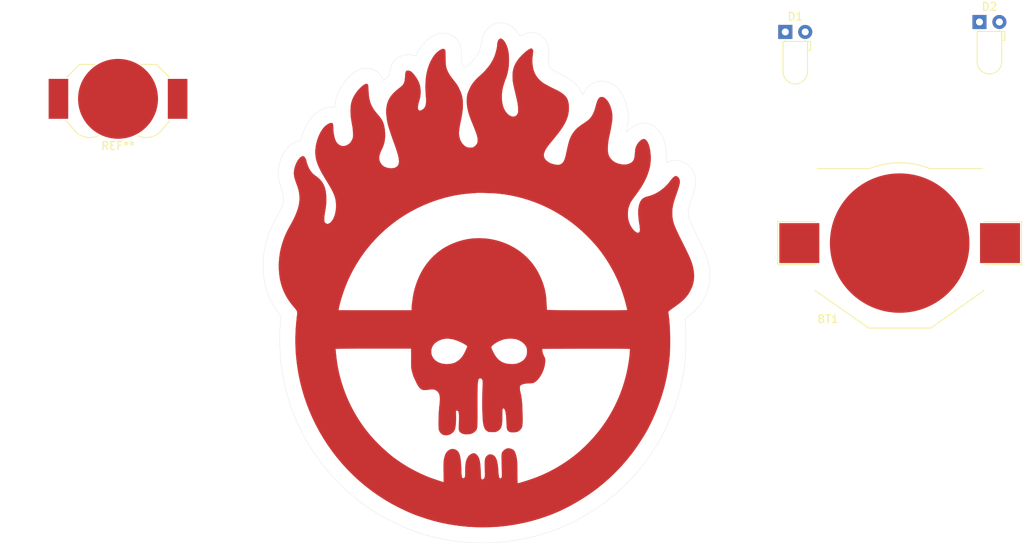
<source format=kicad_pcb>
(kicad_pcb (version 20211014) (generator pcbnew)
  (layers (0 "F.Cu" signal) (31 "B.Cu" signal) (34 "B.Paste" user) (35 "F.Paste" user) (36 "B.SilkS" user "B.Silkscreen") (37 "F.SilkS" user "F.Silkscreen") (38 "B.Mask" user) (39 "F.Mask" user) (44 "Edge.Cuts" user))
  (net 0 "")
  (net 1 "Net-(BT1-Pad1)")
  (net 2 "Net-(BT1-Pad2)")
  (footprint "Battery:BatteryHolder_Keystone_3002_1x2032" (layer "F.Cu") (at 190.5 80.01)
    (fp_text reference "BT1" (at -9.15 9.7) (layer "F.SilkS"))
    (fp_text value "Battery_Cell")
    (pad "1" smd rect (at 12.8 0) (size 5.1 5.1) (layers "F.Cu" "F.Paste" "F.Mask") (net 1 "Net-(BT1-Pad1)"))
    (pad "1" smd rect (at -12.8 0) (size 5.1 5.1) (layers "F.Cu" "F.Paste" "F.Mask") (net 1 "Net-(BT1-Pad1)"))
    (pad "2" smd circle (at 0 0) (size 17.8 17.8) (layers "F.Cu" "F.Mask") (net 2 "Net-(BT1-Pad2)"))
  )
  (footprint "Battery:BatteryHolder_LINX_BAT-HLD-012-SMT" (layer "F.Cu") (at 90.805 61.595)
    (fp_text reference "REF**" (at 0 6) (layer "F.SilkS"))
    (fp_text value "BatteryHolder_LINX_BAT-HLD-012-SMT")
    (pad "1" smd rect (at -7.6 0) (size 2.5 5.1) (layers "F.Cu" "F.Paste" "F.Mask"))
    (pad "1" smd rect (at 7.6 0) (size 2.5 5.1) (layers "F.Cu" "F.Paste" "F.Mask"))
    (pad "2" smd circle (at 0 0) (size 10.2 10.2) (layers "F.Cu" "F.Mask"))
  )
  (footprint "LED_THT:LED_D3.0mm_Horizontal_O1.27mm_Z2.0mm" (layer "F.Cu") (at 175.915 53.055)
    (fp_text reference "D1" (at 1.27 -1.96) (layer "F.SilkS"))
    (fp_text value "LED")
    (pad "1" thru_hole rect (at 0 0) (size 1.8 1.8) (drill 0.9) (layers *.Cu *.Mask) (net 2 "Net-(BT1-Pad2)"))
    (pad "2" thru_hole circle (at 2.54 0) (size 1.8 1.8) (drill 0.9) (layers *.Cu *.Mask) (net 1 "Net-(BT1-Pad1)"))
  )
  (footprint "LED_THT:LED_D3.0mm_Horizontal_O1.27mm_Z2.0mm" (layer "F.Cu") (at 200.68 51.785)
    (fp_text reference "D2" (at 1.27 -1.96) (layer "F.SilkS"))
    (fp_text value "LED")
    (pad "1" thru_hole rect (at 0 0) (size 1.8 1.8) (drill 0.9) (layers *.Cu *.Mask) (net 2 "Net-(BT1-Pad2)"))
    (pad "2" thru_hole circle (at 2.54 0) (size 1.8 1.8) (drill 0.9) (layers *.Cu *.Mask) (net 1 "Net-(BT1-Pad1)"))
  )
  (gr_poly (pts (xy 139.600765 53.903198) (xy 139.608675 53.903729) (xy 139.625052 53.905774) (xy 139.642298 53.909089) (xy 139.660568 53.913628) (xy 139.693985 53.923341) (xy 139.727446 53.936176) (xy 139.794344 53.970955) (xy 139.860962 54.017464) (xy 139.926997 54.075201) (xy 139.992151 54.143665) (xy 140.05612 54.222354) (xy 140.118605 54.310767) (xy 140.179304 54.408401) (xy 140.237917 54.514757) (xy 140.294143 54.629331) (xy 140.34768 54.751622) (xy 140.398227 54.88113) (xy 140.445484 55.017351) (xy 140.48915 55.159785) (xy 140.528924 55.307931) (xy 140.564504 55.461285) (xy 140.584779 55.561871) (xy 140.602792 55.672755) (xy 140.631985 55.920391) (xy 140.651977 56.194134) (xy 140.662659 56.483927) (xy 140.663925 56.779712) (xy 140.655669 57.071431) (xy 140.637782 57.349027) (xy 140.610159 57.60244) (xy 140.577649 57.804368) (xy 140.536686 58.019457) (xy 140.489945 58.2369) (xy 140.440101 58.44589) (xy 140.389828 58.63562) (xy 140.341803 58.795283) (xy 140.319468 58.860462) (xy 140.298699 58.914072) (xy 140.279829 58.954762) (xy 140.263192 58.98118) (xy 140.252365 59.000228) (xy 140.237352 59.034056) (xy 140.196853 59.139684) (xy 140.145867 59.285329) (xy 140.088567 59.45826) (xy 140.029128 59.645743) (xy 139.971721 59.835045) (xy 139.920521 60.013433) (xy 139.879699 60.168175) (xy 139.841117 60.344634) (xy 139.809223 60.524183) (xy 139.783962 60.705952) (xy 139.765282 60.889072) (xy 139.753129 61.072674) (xy 139.747449 61.255888) (xy 139.74819 61.437844) (xy 139.755297 61.617674) (xy 139.768717 61.794508) (xy 139.788396 61.967477) (xy 139.814281 62.135711) (xy 139.846319 62.298341) (xy 139.884456 62.454497) (xy 139.928638 62.60331) (xy 139.978812 62.743912) (xy 140.034924 62.875432) (xy 140.079445 62.965983) (xy 140.12643 63.052692) (xy 140.175691 63.135492) (xy 140.227044 63.214311) (xy 140.280302 63.289081) (xy 140.335282 63.359732) (xy 140.391795 63.426196) (xy 140.449659 63.488401) (xy 140.508685 63.54628) (xy 140.56869 63.599763) (xy 140.629487 63.64878) (xy 140.690891 63.693263) (xy 140.752717 63.733141) (xy 140.814778 63.768345) (xy 140.87689 63.798806) (xy 140.938866 63.824454) (xy 141.00052 63.845221) (xy 141.061669 63.861036) (xy 141.122125 63.871831) (xy 141.181704 63.877535) (xy 141.240219 63.878081) (xy 141.297485 63.873397) (xy 141.353317 63.863415) (xy 141.407529 63.848066) (xy 141.459935 63.82728) (xy 141.51035 63.800987) (xy 141.558588 63.769119) (xy 141.604464 63.731605) (xy 141.647792 63.688377) (xy 141.688386 63.639365) (xy 141.726061 63.5845) (xy 141.760632 63.523713) (xy 141.793943 63.457123) (xy 141.807496 63.426569) (xy 141.819123 63.396738) (xy 141.828931 63.366801) (xy 141.837028 63.335926) (xy 141.843519 63.303287) (xy 141.848512 63.268052) (xy 141.852115 63.229394) (xy 141.854433 63.186482) (xy 141.855575 63.138488) (xy 141.855646 63.084582) (xy 141.853007 62.955717) (xy 141.847372 62.793253) (xy 141.837233 62.635472) (xy 141.82276 62.481169) (xy 141.802189 62.32098) (xy 141.773754 62.145543) (xy 141.735689 61.945497) (xy 141.686229 61.711478) (xy 141.623607 61.434125) (xy 141.54606 61.104074) (xy 141.425969 60.599601) (xy 141.330917 60.185009) (xy 141.258121 59.844461) (xy 141.2292 59.697006) (xy 141.204799 59.562123) (xy 141.184571 59.437833) (xy 141.168169 59.322156) (xy 141.155244 59.213114) (xy 141.145449 59.108726) (xy 141.138436 59.007013) (xy 141.133857 58.905995) (xy 141.130612 58.698129) (xy 141.13576 58.483523) (xy 141.151468 58.27578) (xy 141.17813 58.074161) (xy 141.216141 57.877934) (xy 141.265895 57.68636) (xy 141.327787 57.498705) (xy 141.402211 57.314234) (xy 141.489563 57.13221) (xy 141.590236 56.951899) (xy 141.704625 56.772563) (xy 141.833124 56.593469) (xy 141.976129 56.413879) (xy 142.134034 56.233059) (xy 142.307233 56.050272) (xy 142.496121 55.864784) (xy 142.701092 55.675859) (xy 142.758421 55.625026) (xy 142.8171 55.575438) (xy 142.876662 55.527375) (xy 142.936639 55.481117) (xy 142.996562 55.436946) (xy 143.055963 55.395143) (xy 143.114374 55.355987) (xy 143.171328 55.319761) (xy 143.226355 55.286745) (xy 143.278988 55.25722) (xy 143.328759 55.231467) (xy 143.3752 55.209766) (xy 143.417842 55.192399) (xy 143.456217 55.179646) (xy 143.489857 55.171788) (xy 143.504756 55.169783) (xy 143.518295 55.169107) (xy 143.528149 55.16957) (xy 143.53801 55.170941) (xy 143.54786 55.173192) (xy 143.557679 55.176293) (xy 143.567448 55.180218) (xy 143.577148 55.184936) (xy 143.586759 55.19042) (xy 143.596262 55.196641) (xy 143.614867 55.211182) (xy 143.632811 55.228331) (xy 143.649939 55.24786) (xy 143.666097 55.269543) (xy 143.681131 55.293152) (xy 143.694889 55.31846) (xy 143.707215 55.345239) (xy 143.717957 55.373262) (xy 143.726959 55.402302) (xy 143.73407 55.432131) (xy 143.739134 55.462522) (xy 143.741998 55.493247) (xy 143.740954 55.533514) (xy 143.737931 55.587691) (xy 143.726588 55.72836) (xy 143.709254 55.896421) (xy 143.698741 55.984839) (xy 143.687213 56.073044) (xy 143.66966 56.2128) (xy 143.65636 56.35285) (xy 143.647287 56.492954) (xy 143.642414 56.632871) (xy 143.641714 56.77236) (xy 143.64516 56.91118) (xy 143.652726 57.04909) (xy 143.664385 57.18585) (xy 143.680109 57.32122) (xy 143.699873 57.454957) (xy 143.723649 57.586822) (xy 143.751411 57.716573) (xy 143.783132 57.843971) (xy 143.818786 57.968774) (xy 143.858344 58.090741) (xy 143.901782 58.209632) (xy 143.938111 58.29688) (xy 143.980124 58.385452) (xy 144.027514 58.47496) (xy 144.079973 58.565017) (xy 144.137194 58.655234) (xy 144.198869 58.745224) (xy 144.26469 58.834598) (xy 144.334349 58.92297) (xy 144.40754 59.00995) (xy 144.483954 59.095152) (xy 144.563284 59.178186) (xy 144.645221 59.258666) (xy 144.72946 59.336204) (xy 144.815691 59.410411) (xy 144.903607 59.4809) (xy 144.992901 59.547283) (xy 145.10215 59.619072) (xy 145.249705 59.708142) (xy 145.42722 59.809945) (xy 145.626349 59.919932) (xy 145.838745 60.033558) (xy 146.056064 60.146274) (xy 146.269958 60.253532) (xy 146.472082 60.350786) (xy 146.730333 60.474859) (xy 146.964757 60.596291) (xy 147.176349 60.716398) (xy 147.366106 60.836499) (xy 147.535026 60.95791) (xy 147.611982 61.019519) (xy 147.684103 61.08195) (xy 147.751512 61.145367) (xy 147.814335 61.209935) (xy 147.872695 61.275819) (xy 147.926718 61.343183) (xy 147.976527 61.412192) (xy 148.022248 61.483012) (xy 148.064005 61.555805) (xy 148.101923 61.630738) (xy 148.136125 61.707975) (xy 148.166737 61.78768) (xy 148.193884 61.870019) (xy 148.217689 61.955155) (xy 148.238277 62.043254) (xy 148.255774 62.13448) (xy 148.281988 62.326973) (xy 148.297329 62.533951) (xy 148.302792 62.756731) (xy 148.297299 62.974666) (xy 148.280464 63.189245) (xy 148.251752 63.401603) (xy 148.210628 63.612877) (xy 148.156557 63.824205) (xy 148.089004 64.036724) (xy 148.007434 64.25157) (xy 147.911311 64.469881) (xy 147.800102 64.692792) (xy 147.67327 64.921441) (xy 147.530281 65.156965) (xy 147.3706 65.400501) (xy 147.193691 65.653185) (xy 146.999021 65.916155) (xy 146.786053 66.190547) (xy 146.554254 66.477498) (xy 146.263159 66.831349) (xy 146.0368 67.107517) (xy 145.864583 67.319485) (xy 145.735916 67.480735) (xy 145.684603 67.546554) (xy 145.640205 67.604749) (xy 145.601398 67.657006) (xy 145.566857 67.705009) (xy 145.535259 67.750444) (xy 145.505279 67.794997) (xy 145.444879 67.888194) (xy 145.395446 67.967315) (xy 145.349876 68.044639) (xy 145.308179 68.120211) (xy 145.270368 68.194081) (xy 145.236452 68.266296) (xy 145.206442 68.336904) (xy 145.180349 68.405951) (xy 145.158185 68.473487) (xy 145.13996 68.539557) (xy 145.125684 68.604211) (xy 145.115369 68.667496) (xy 145.109026 68.729459) (xy 145.106665 68.790148) (xy 145.108298 68.84961) (xy 145.113934 68.907894) (xy 145.123586 68.965047) (xy 145.137264 69.021117) (xy 145.154978 69.076151) (xy 145.17674 69.130196) (xy 145.202561 69.183302) (xy 145.232451 69.235514) (xy 145.266421 69.286882) (xy 145.304483 69.337452) (xy 145.346646 69.387272) (xy 145.392922 69.43639) (xy 145.443322 69.484853) (xy 145.497856 69.532709) (xy 145.556536 69.580006) (xy 145.619373 69.626792) (xy 145.686376 69.673113) (xy 145.757557 69.719019) (xy 145.832928 69.764555) (xy 145.882615 69.791254) (xy 145.941731 69.818073) (xy 146.008899 69.844705) (xy 146.082741 69.870842) (xy 146.161879 69.896177) (xy 146.244936 69.920402) (xy 146.330535 69.943209) (xy 146.417297 69.96429) (xy 146.503845 69.983339) (xy 146.588801 70.000046) (xy 146.670789 70.014106) (xy 146.748429 70.02521) (xy 146.820345 70.03305) (xy 146.885159 70.037319) (xy 146.941493 70.037709) (xy 146.987969 70.033912) (xy 147.080737 70.015599) (xy 147.167506 69.991193) (xy 147.248591 69.960273) (xy 147.324306 69.922418) (xy 147.394965 69.877207) (xy 147.460882 69.824219) (xy 147.522373 69.763031) (xy 147.57975 69.693223) (xy 147.633329 69.614374) (xy 147.683424 69.526061) (xy 147.730349 69.427865) (xy 147.774419 69.319363) (xy 147.815947 69.200135) (xy 147.855248 69.069759) (xy 147.892637 68.927813) (xy 147.928427 68.773877) (xy 148.037328 68.275994) (xy 148.126808 67.875) (xy 148.200559 67.556075) (xy 148.262271 67.3044) (xy 148.289767 67.19915) (xy 148.315637 67.105156) (xy 148.340344 67.020564) (xy 148.364349 66.943523) (xy 148.388112 66.872179) (xy 148.412097 66.804681) (xy 148.462573 66.673811) (xy 148.522654 66.531865) (xy 148.586694 66.395109) (xy 148.655014 66.263168) (xy 148.727936 66.135668) (xy 148.805779 66.012233) (xy 148.888866 65.892491) (xy 148.977516 65.776065) (xy 149.072052 65.662582) (xy 149.172793 65.551667) (xy 149.280062 65.442945) (xy 149.394179 65.336042) (xy 149.515464 65.230584) (xy 149.64424 65.126196) (xy 149.780826 65.022504) (xy 149.925545 64.919132) (xy 150.078717 64.815707) (xy 150.321482 64.65378) (xy 150.425938 64.5825) (xy 150.52027 64.516677) (xy 150.605346 64.455562) (xy 150.682036 64.398406) (xy 150.751209 64.34446) (xy 150.813735 64.292974) (xy 150.870483 64.243201) (xy 150.922323 64.194391) (xy 150.970123 64.145795) (xy 151.014753 64.096663) (xy 151.057083 64.046248) (xy 151.097982 63.9938) (xy 151.138319 63.93857) (xy 151.178964 63.879809) (xy 151.270698 63.740066) (xy 151.31258 63.670997) (xy 151.352162 63.601607) (xy 151.38971 63.531254) (xy 151.425493 63.459297) (xy 151.459778 63.385092) (xy 151.492832 63.307998) (xy 151.524924 63.227373) (xy 151.55632 63.142575) (xy 151.618095 62.957892) (xy 151.680298 62.748813) (xy 151.745068 62.510202) (xy 151.789591 62.349873) (xy 151.832676 62.204056) (xy 151.874704 62.072175) (xy 151.916056 61.953657) (xy 151.936599 61.899228) (xy 151.957115 61.847924) (xy 151.977653 61.799674) (xy 151.99826 61.754404) (xy 152.018984 61.712043) (xy 152.039873 61.672519) (xy 152.060974 61.635761) (xy 152.082336 61.601696) (xy 152.104004 61.570252) (xy 152.126029 61.541359) (xy 152.148456 61.514942) (xy 152.171333 61.490932) (xy 152.194709 61.469256) (xy 152.218631 61.449842) (xy 152.243146 61.432618) (xy 152.268302 61.417512) (xy 152.294148 61.404452) (xy 152.320729 61.393367) (xy 152.348095 61.384185) (xy 152.376293 61.376833) (xy 152.40537 61.371241) (xy 152.435374 61.367335) (xy 152.466353 61.365044) (xy 152.498355 61.364297) (xy 152.565954 61.368671) (xy 152.633404 61.381586) (xy 152.700554 61.402726) (xy 152.767256 61.431778) (xy 152.833359 61.468427) (xy 152.898713 61.512359) (xy 152.963171 61.563259) (xy 153.02658 61.620813) (xy 153.149658 61.754626) (xy 153.266751 61.911284) (xy 153.376662 62.088272) (xy 153.478193 62.283075) (xy 153.570148 62.49318) (xy 153.651329 62.716071) (xy 153.720539 62.949234) (xy 153.776581 63.190154) (xy 153.818259 63.436318) (xy 153.844375 63.68521) (xy 153.853731 63.934316) (xy 153.845132 64.181121) (xy 153.825651 64.35876) (xy 153.790279 64.606698) (xy 153.742816 64.903214) (xy 153.68706 65.226588) (xy 153.62681 65.555098) (xy 153.565865 65.867022) (xy 153.508023 66.140641) (xy 153.457083 66.354231) (xy 153.421121 66.509774) (xy 153.385962 66.698916) (xy 153.352836 66.91117) (xy 153.322973 67.13605) (xy 153.297605 67.363071) (xy 153.277961 67.581745) (xy 153.265272 67.781588) (xy 153.260769 67.952112) (xy 153.262233 68.067352) (xy 153.266699 68.177035) (xy 153.274281 68.281489) (xy 153.285093 68.38104) (xy 153.299249 68.476018) (xy 153.316863 68.566748) (xy 153.338048 68.65356) (xy 153.362917 68.736781) (xy 153.391585 68.816738) (xy 153.424166 68.893759) (xy 153.460772 68.968172) (xy 153.501518 69.040305) (xy 153.546517 69.110485) (xy 153.595883 69.17904) (xy 153.649731 69.246298) (xy 153.708172 69.312587) (xy 153.76295 69.370715) (xy 153.817902 69.425365) (xy 153.873308 69.476698) (xy 153.92945 69.524875) (xy 153.986609 69.570056) (xy 154.045065 69.612402) (xy 154.105099 69.652072) (xy 154.166992 69.689228) (xy 154.231026 69.72403) (xy 154.29748 69.756638) (xy 154.366636 69.787213) (xy 154.438774 69.815916) (xy 154.514176 69.842907) (xy 154.593122 69.868346) (xy 154.675894 69.892394) (xy 154.762771 69.915211) (xy 154.868254 69.940306) (xy 154.97234 69.960821) (xy 155.074914 69.976774) (xy 155.175863 69.988186) (xy 155.275074 69.995078) (xy 155.372433 69.997468) (xy 155.467825 69.995379) (xy 155.561138 69.988828) (xy 155.652257 69.977837) (xy 155.741069 69.962426) (xy 155.82746 69.942614) (xy 155.911316 69.918422) (xy 155.992524 69.88987) (xy 156.07097 69.856978) (xy 156.146541 69.819765) (xy 156.219122 69.778253) (xy 156.283902 69.735564) (xy 156.343171 69.690976) (xy 156.397197 69.643873) (xy 156.446248 69.59364) (xy 156.490591 69.539663) (xy 156.530493 69.481325) (xy 156.566223 69.418012) (xy 156.598046 69.349108) (xy 156.626232 69.273998) (xy 156.651047 69.192067) (xy 156.672759 69.1027) (xy 156.691635 69.00528) (xy 156.707943 68.899194) (xy 156.721951 68.783826) (xy 156.733925 68.65856) (xy 156.744134 68.522781) (xy 156.754746 68.369056) (xy 156.766534 68.237159) (xy 156.773104 68.178059) (xy 156.780249 68.12281) (xy 156.788062 68.070879) (xy 156.796638 68.02173) (xy 156.806069 67.974828) (xy 156.81645 67.929638) (xy 156.827875 67.885625) (xy 156.840436 67.842254) (xy 156.854228 67.79899) (xy 156.869345 67.755299) (xy 156.885879 67.710645) (xy 156.903924 67.664493) (xy 156.92623 67.611755) (xy 156.95028 67.559744) (xy 156.975971 67.508544) (xy 157.003203 67.458239) (xy 157.031872 67.408914) (xy 157.061877 67.360653) (xy 157.125486 67.267661) (xy 157.193215 67.179939) (xy 157.264248 67.098162) (xy 157.337768 67.023007) (xy 157.412961 66.955147) (xy 157.450929 66.924164) (xy 157.489009 66.895259) (xy 157.527099 66.868515) (xy 157.565098 66.844018) (xy 157.602902 66.821851) (xy 157.64041 66.802099) (xy 157.677521 66.784847) (xy 157.714132 66.770178) (xy 157.750141 66.758178) (xy 157.785446 66.748931) (xy 157.819945 66.742521) (xy 157.853537 66.739032) (xy 157.886118 66.73855) (xy 157.917588 66.741158) (xy 157.947844 66.746941) (xy 157.976785 66.755983) (xy 158.036212 66.784627) (xy 158.09375 66.823189) (xy 158.149328 66.871237) (xy 158.202877 66.928334) (xy 158.303605 67.067947) (xy 158.395371 67.238556) (xy 158.477614 67.436692) (xy 158.549772 67.658882) (xy 158.611284 67.901656) (xy 158.661587 68.161544) (xy 158.700121 68.435075) (xy 158.726322 68.718777) (xy 158.73963 69.00918) (xy 158.739483 69.302813) (xy 158.725318 69.596205) (xy 158.696575 69.885885) (xy 158.652691 70.168383) (xy 158.593106 70.440228) (xy 158.535303 70.654272) (xy 158.472873 70.863861) (xy 158.40536 71.069893) (xy 158.332311 71.273263) (xy 158.253269 71.474868) (xy 158.16778 71.675604) (xy 158.075389 71.876366) (xy 157.975643 72.078051) (xy 157.868085 72.281555) (xy 157.752261 72.487774) (xy 157.627717 72.697605) (xy 157.493997 72.911943) (xy 157.350647 73.131684) (xy 157.197213 73.357726) (xy 156.85827 73.832292) (xy 156.638161 74.131946) (xy 156.468718 74.365153) (xy 156.40037 74.460952) (xy 156.341539 74.545075) (xy 156.291175 74.619166) (xy 156.248226 74.684871) (xy 156.211645 74.743835) (xy 156.180379 74.797703) (xy 156.153381 74.84812) (xy 156.129599 74.896732) (xy 156.107984 74.945183) (xy 156.087485 74.995119) (xy 156.067053 75.048185) (xy 156.045639 75.106025) (xy 155.982677 75.279197) (xy 155.95633 75.356156) (xy 155.933145 75.428239) (xy 155.912929 75.496605) (xy 155.895489 75.562409) (xy 155.88063 75.626809) (xy 155.868159 75.690961) (xy 155.857881 75.756023) (xy 155.849602 75.823152) (xy 155.84313 75.893503) (xy 155.838269 75.968236) (xy 155.832606 76.135469) (xy 155.831063 76.334106) (xy 155.832044 76.498424) (xy 155.835486 76.635991) (xy 155.838364 76.696683) (xy 155.842138 76.753014) (xy 155.846902 76.805761) (xy 155.852749 76.855699) (xy 155.859773 76.903605) (xy 155.868068 76.950253) (xy 155.877727 76.996419) (xy 155.888844 77.04288) (xy 155.901513 77.09041) (xy 155.915827 77.139787) (xy 155.949764 77.24718) (xy 156.002328 77.400449) (xy 156.049275 77.529162) (xy 156.071695 77.586399) (xy 156.093974 77.640005) (xy 156.116535 77.690816) (xy 156.139797 77.739668) (xy 156.164183 77.787395) (xy 156.190114 77.834836) (xy 156.218011 77.882824) (xy 156.248295 77.932197) (xy 156.281388 77.98379) (xy 156.317711 78.03844) (xy 156.401733 78.160251) (xy 156.46314 78.242073) (xy 156.525551 78.317916) (xy 156.557011 78.353533) (xy 156.588577 78.38758) (xy 156.620199 78.420033) (xy 156.65183 78.450865) (xy 156.683421 78.480052) (xy 156.714923 78.507568) (xy 156.746288 78.53339) (xy 156.777467 78.557491) (xy 156.808412 78.579846) (xy 156.839075 78.600431) (xy 156.869407 78.619221) (xy 156.899359 78.63619) (xy 156.928883 78.651313) (xy 156.957931 78.664565) (xy 156.986454 78.675921) (xy 157.014403 78.685356) (xy 157.04173 78.692846) (xy 157.068387 78.698364) (xy 157.094325 78.701886) (xy 157.119496 78.703386) (xy 157.143851 78.70284) (xy 157.167341 78.700223) (xy 157.189919 78.695509) (xy 157.211535 78.688674) (xy 157.232141 78.679692) (xy 157.25169 78.668538) (xy 157.270131 78.655187) (xy 157.287417 78.639615) (xy 157.309888 78.613354) (xy 157.329369 78.582324) (xy 157.345868 78.546253) (xy 157.35939 78.504864) (xy 157.369944 78.457885) (xy 157.377535 78.405041) (xy 157.38217 78.346058) (xy 157.383856 78.280662) (xy 157.3826 78.208578) (xy 157.378408 78.129533) (xy 157.371286 78.043251) (xy 157.361243 77.94946) (xy 157.332414 77.73825) (xy 157.291976 77.493709) (xy 157.266781 77.346739) (xy 157.244273 77.198993) (xy 157.207376 76.903636) (xy 157.181393 76.612559) (xy 157.166431 76.330684) (xy 157.163116 76.194735) (xy 157.162596 76.062933) (xy 157.164886 75.935892) (xy 157.169997 75.814227) (xy 157.177944 75.698555) (xy 157.18874 75.58949) (xy 157.202399 75.487648) (xy 157.218933 75.393643) (xy 157.236984 75.308199) (xy 157.255277 75.227979) (xy 157.273944 75.152641) (xy 157.293119 75.081843) (xy 157.312936 75.015245) (xy 157.33353 74.952506) (xy 157.355033 74.893285) (xy 157.377579 74.83724) (xy 157.401302 74.784031) (xy 157.426336 74.733316) (xy 157.452814 74.684755) (xy 157.480871 74.638005) (xy 157.51064 74.592728) (xy 157.542255 74.54858) (xy 157.575849 74.505221) (xy 157.611556 74.462311) (xy 157.645289 74.425701) (xy 157.679831 74.391137) (xy 157.715349 74.358527) (xy 157.752011 74.327775) (xy 157.789984 74.298789) (xy 157.829435 74.271475) (xy 157.870531 74.245739) (xy 157.913439 74.221487) (xy 157.958327 74.198627) (xy 158.005361 74.177064) (xy 158.05471 74.156705) (xy 158.106539 74.137456) (xy 158.161017 74.119224) (xy 158.218309 74.101914) (xy 158.278585 74.085434) (xy 158.34201 74.06969) (xy 158.554648 74.014011) (xy 158.76445 73.948048) (xy 158.971256 73.871892) (xy 159.174905 73.785638) (xy 159.375237 73.68938) (xy 159.572092 73.583211) (xy 159.765308 73.467225) (xy 159.954726 73.341515) (xy 160.140184 73.206174) (xy 160.321523 73.061298) (xy 160.498582 72.906979) (xy 160.6712 72.74331) (xy 160.839217 72.570386) (xy 161.002472 72.3883) (xy 161.160805 72.197146) (xy 161.314056 71.997017) (xy 161.389219 71.897115) (xy 161.460817 71.80792) (xy 161.49537 71.767306) (xy 161.529139 71.729331) (xy 161.56216 71.693983) (xy 161.594471 71.661249) (xy 161.626106 71.631116) (xy 161.657101 71.603572) (xy 161.687493 71.578604) (xy 161.717317 71.556201) (xy 161.74661 71.536348) (xy 161.775406 71.519034) (xy 161.803743 71.504247) (xy 161.831657 71.491973) (xy 161.859182 71.4822) (xy 161.886355 71.474916) (xy 161.913212 71.470108) (xy 161.93979 71.467764) (xy 161.966123 71.467871) (xy 161.992248 71.470416) (xy 162.018201 71.475387) (xy 162.044017 71.482771) (xy 162.069733 71.492556) (xy 162.095385 71.50473) (xy 162.121008 71.519279) (xy 162.146639 71.536191) (xy 162.172314 71.555455) (xy 162.198067 71.577056) (xy 162.223936 71.600983) (xy 162.249957 71.627223) (xy 162.269061 71.64858) (xy 162.287015 71.669889) (xy 162.303846 71.691213) (xy 162.31958 71.712609) (xy 162.334243 71.73414) (xy 162.347864 71.755864) (xy 162.360468 71.777842) (xy 162.372082 71.800135) (xy 162.382733 71.822802) (xy 162.392448 71.845904) (xy 162.401253 71.869501) (xy 162.409176 71.893653) (xy 162.416243 71.918421) (xy 162.42248 71.943864) (xy 162.427915 71.970042) (xy 162.432574 71.997017) (xy 162.447429 72.130401) (xy 162.449727 72.196569) (xy 162.447838 72.265445) (xy 162.441189 72.339323) (xy 162.429202 72.420497) (xy 162.411304 72.511262) (xy 162.386919 72.61391) (xy 162.316388 72.864033) (xy 162.213007 73.189217) (xy 162.072176 73.607813) (xy 161.889294 74.138171) (xy 161.772243 74.487305) (xy 161.722001 74.650259) (xy 161.677075 74.806639) (xy 161.637312 74.957321) (xy 161.602558 75.103182) (xy 161.572659 75.245097) (xy 161.547462 75.383942) (xy 161.526812 75.520594) (xy 161.510556 75.655928) (xy 161.49854 75.790822) (xy 161.49061 75.92615) (xy 161.486613 76.062788) (xy 161.486394 76.201614) (xy 161.4898 76.343502) (xy 161.496676 76.489329) (xy 161.524415 76.805266) (xy 161.545758 76.956467) (xy 161.573929 77.107935) (xy 161.610313 77.263255) (xy 161.656293 77.426012) (xy 161.713254 77.59979) (xy 161.78258 77.788173) (xy 161.963866 78.223095) (xy 162.211225 78.759454) (xy 162.535732 79.425925) (xy 162.948461 80.251185) (xy 163.257469 80.873286) (xy 163.510783 81.401654) (xy 163.618545 81.635905) (xy 163.714771 81.852983) (xy 163.800256 82.054973) (xy 163.875797 82.243963) (xy 163.94219 82.422038) (xy 164.00023 82.591287) (xy 164.050713 82.753794) (xy 164.094435 82.911647) (xy 164.132191 83.066931) (xy 164.164778 83.221735) (xy 164.192991 83.378143) (xy 164.217626 83.538243) (xy 164.238162 83.703076) (xy 164.253508 83.863944) (xy 164.263611 84.021161) (xy 164.268417 84.17504) (xy 164.267873 84.325896) (xy 164.261926 84.474044) (xy 164.250521 84.619798) (xy 164.233606 84.763472) (xy 164.211127 84.90538) (xy 164.183031 85.045837) (xy 164.149263 85.185157) (xy 164.109771 85.323655) (xy 164.064501 85.461644) (xy 164.013399 85.59944) (xy 163.956412 85.737356) (xy 163.893487 85.875706) (xy 163.811783 86.041366) (xy 163.728635 86.198385) (xy 163.643026 86.347861) (xy 163.553939 86.490889) (xy 163.460358 86.628568) (xy 163.361267 86.761993) (xy 163.255649 86.892262) (xy 163.142487 87.020471) (xy 163.020765 87.147716) (xy 162.889467 87.275096) (xy 162.747576 87.403706) (xy 162.594074 87.534643) (xy 162.427947 87.669004) (xy 162.248177 87.807886) (xy 162.053748 87.952386) (xy 161.843643 88.103599) (xy 161.542614 88.321168) (xy 161.407721 88.419948) (xy 161.287808 88.508777) (xy 161.1863 88.585193) (xy 161.10662 88.646736) (xy 161.052192 88.690945) (xy 161.035517 88.705779) (xy 161.02644 88.715358) (xy 161.019275 88.726113) (xy 161.0132 88.739763) (xy 161.008235 88.756637) (xy 161.0044 88.777062) (xy 161.001715 88.801366) (xy 161.0002 88.829876) (xy 161.000762 88.900826) (xy 161.006245 88.992535) (xy 161.016811 89.107623) (xy 161.03262 89.248712) (xy 161.053832 89.418425) (xy 161.094966 89.770448) (xy 161.129518 90.130549) (xy 161.157758 90.502528) (xy 161.179951 90.890183) (xy 161.196367 91.297311) (xy 161.207272 91.727712) (xy 161.212935 92.185184) (xy 161.213623 92.673524) (xy 161.209119 93.139736) (xy 161.201566 93.538162) (xy 161.189627 93.888758) (xy 161.171963 94.21148) (xy 161.147238 94.526285) (xy 161.114113 94.853127) (xy 161.07125 95.211962) (xy 161.017312 95.622746) (xy 160.935439 96.176447) (xy 160.845968 96.706234) (xy 160.746868 97.220291) (xy 160.636104 97.726805) (xy 160.511645 98.233962) (xy 160.371457 98.749946) (xy 160.213507 99.282943) (xy 160.035763 99.841139) (xy 159.816277 100.479423) (xy 159.569025 101.133062) (xy 159.299624 101.790019) (xy 159.013691 102.438255) (xy 158.716844 103.065734) (xy 158.414702 103.660417) (xy 158.11288 104.210266) (xy 157.816998 104.703245) (xy 157.424377 105.319572) (xy 157.166579 105.716786) (xy 156.89681 106.112026) (xy 156.615512 106.50482) (xy 156.323126 106.89469) (xy 156.020093 107.281164) (xy 155.706855 107.663766) (xy 155.383854 108.042021) (xy 155.05153 108.415454) (xy 154.710325 108.783591) (xy 154.36068 109.145956) (xy 154.003037 109.502075) (xy 153.637838 109.851474) (xy 153.265522 110.193676) (xy 152.886533 110.528208) (xy 152.50131 110.854595) (xy 152.110296 111.172362) (xy 151.771831 111.435443) (xy 151.419965 111.696833) (xy 150.681912 112.211193) (xy 149.907906 112.708754) (xy 149.109717 113.182828) (xy 148.299117 113.626729) (xy 147.487874 114.033769) (xy 147.085689 114.221376) (xy 146.687758 114.39726) (xy 146.295551 114.560585) (xy 145.91054 114.710515) (xy 145.141197 114.986193) (xy 144.383357 115.232178) (xy 143.630545 115.450023) (xy 142.876289 115.641277) (xy 142.114115 115.807493) (xy 141.337549 115.950223) (xy 140.540119 116.071017) (xy 139.71535 116.171428) (xy 139.177984 116.217856) (xy 138.590488 116.250963) (xy 137.969501 116.270695) (xy 137.331661 116.276999) (xy 136.693608 116.269821) (xy 136.071979 116.249108) (xy 135.483413 116.214806) (xy 134.944549 116.166862) (xy 134.214894 116.079647) (xy 133.513166 115.978468) (xy 132.836049 115.86263) (xy 132.180225 115.731438) (xy 131.542377 115.584196) (xy 130.919188 115.420208) (xy 130.30734 115.238779) (xy 129.703518 115.039213) (xy 129.508491 114.970949) (xy 129.321169 114.907392) (xy 129.162952 114.854962) (xy 129.055238 114.820079) (xy 128.831892 114.741479) (xy 128.559325 114.635539) (xy 128.248239 114.507022) (xy 127.909332 114.360689) (xy 127.553306 114.201302) (xy 127.190859 114.033623) (xy 126.832693 113.862414) (xy 126.489506 113.692436) (xy 126.102033 113.490691) (xy 125.71549 113.27945) (xy 125.330378 113.05906) (xy 124.947199 112.82987) (xy 124.566454 112.592226) (xy 124.188645 112.346477) (xy 123.814273 112.092971) (xy 123.44384 111.832055) (xy 123.077848 111.564076) (xy 122.716798 111.289384) (xy 122.361191 111.008324) (xy 122.01153 110.721246) (xy 121.668316 110.428497) (xy 121.33205 110.130424) (xy 121.003233 109.827376) (xy 120.682369 109.5197) (xy 119.987144 108.812387) (xy 119.322909 108.07809) (xy 118.690373 107.318179) (xy 118.090244 106.534026) (xy 117.523233 105.727002) (xy 116.990046 104.898477) (xy 116.491395 104.049823) (xy 116.027986 103.182411) (xy 115.60053 102.297611) (xy 115.209735 101.396794) (xy 114.85631 100.481332) (xy 114.540964 99.552595) (xy 114.264405 98.611953) (xy 114.027343 97.660779) (xy 113.830487 96.700443) (xy 113.674544 95.732316) (xy 113.574784 94.946057) (xy 113.501346 94.181092) (xy 113.458728 93.50442) (xy 118.532085 93.50442) (xy 118.558907 93.778913) (xy 118.623393 94.385536) (xy 118.674557 94.828375) (xy 118.735672 95.266934) (xy 118.806845 95.701641) (xy 118.888183 96.132924) (xy 118.979794 96.561211) (xy 119.081783 96.986931) (xy 119.194259 97.41051) (xy 119.317327 97.832377) (xy 119.522839 98.468384) (xy 119.748887 99.093871) (xy 119.995253 99.708484) (xy 120.261714 100.311869) (xy 120.548051 100.90367) (xy 120.854043 101.483534) (xy 121.179468 102.051107) (xy 121.524107 102.606033) (xy 121.887739 103.147959) (xy 122.270142 103.676529) (xy 122.671097 104.19139) (xy 123.090382 104.692187) (xy 123.527777 105.178566) (xy 123.983061 105.650172) (xy 124.456013 106.106651) (xy 124.946414 106.547648) (xy 125.47778 107.00825) (xy 125.67212 107.170954) (xy 125.848644 107.311776) (xy 126.029662 107.448104) (xy 126.237484 107.597326) (xy 126.822778 108.004002) (xy 127.229674 108.271833) (xy 127.670863 108.541643) (xy 128.13784 108.808992) (xy 128.622098 109.069439) (xy 129.11513 109.318545) (xy 129.60843 109.551869) (xy 130.09349 109.764971) (xy 130.561805 109.95341) (xy 130.743733 110.019544) (xy 130.990877 110.105848) (xy 131.573602 110.303228) (xy 132.095551 110.474072) (xy 132.266725 110.527207) (xy 132.342294 110.546904) (xy 132.345085 110.522044) (xy 132.346646 110.450746) (xy 132.346289 110.188522) (xy 132.341653 109.79961) (xy 132.333164 109.323387) (xy 132.325835 108.878497) (xy 132.325032 108.507759) (xy 132.32738 108.346217) (xy 132.33172 108.198438) (xy 132.338173 108.06283) (xy 132.34686 107.937802) (xy 132.357901 107.821762) (xy 132.371417 107.713118) (xy 132.387527 107.610279) (xy 132.406353 107.511654) (xy 132.428014 107.41565) (xy 132.45263 107.320676) (xy 132.480323 107.225141) (xy 132.511213 107.127452) (xy 132.532426 107.067191) (xy 132.555778 107.008851) (xy 132.581188 106.952479) (xy 132.608575 106.898122) (xy 132.637858 106.845828) (xy 132.668956 106.795645) (xy 132.701787 106.747621) (xy 132.736271 106.701802) (xy 132.772327 106.658238) (xy 132.809873 106.616974) (xy 132.848829 106.57806) (xy 132.889113 106.541542) (xy 132.930644 106.507469) (xy 132.973341 106.475888) (xy 133.017123 106.446846) (xy 133.06191 106.420392) (xy 133.107619 106.396572) (xy 133.15417 106.375435) (xy 133.201481 106.357028) (xy 133.249473 106.341399) (xy 133.298063 106.328596) (xy 133.34717 106.318665) (xy 133.396713 106.311656) (xy 133.446612 106.307614) (xy 133.496785 106.306589) (xy 133.547151 106.308628) (xy 133.59763 106.313778) (xy 133.648139 106.322086) (xy 133.698598 106.333602) (xy 133.748925 106.348372) (xy 133.799041 106.366443) (xy 133.848863 106.387864) (xy 133.941481 106.436389) (xy 134.026127 106.493794) (xy 134.103177 106.561365) (xy 134.173003 106.640385) (xy 134.235982 106.732138) (xy 134.292487 106.837908) (xy 134.342894 106.958979) (xy 134.387575 107.096636) (xy 134.426907 107.252162) (xy 134.461263 107.42684) (xy 134.491018 107.621957) (xy 134.516547 107.838794) (xy 134.538223 108.078636) (xy 134.556422 108.342767) (xy 134.583886 108.949034) (xy 134.589924 109.124044) (xy 134.596236 109.279968) (xy 134.603096 109.417835) (xy 134.610779 109.538676) (xy 134.615015 109.593034) (xy 134.619559 109.643521) (xy 134.624446 109.690266) (xy 134.62971 109.733398) (xy 134.635385 109.773046) (xy 134.641506 109.809339) (xy 134.648106 109.842405) (xy 134.655221 109.872373) (xy 134.662884 109.899372) (xy 134.671129 109.92353) (xy 134.679992 109.944976) (xy 134.689506 109.96384) (xy 134.699705 109.980249) (xy 134.710624 109.994332) (xy 134.716364 110.000542) (xy 134.722297 110.006219) (xy 134.728427 110.011378) (xy 134.734758 110.016037) (xy 134.741295 110.020211) (xy 134.748042 110.023916) (xy 134.762183 110.029985) (xy 134.777214 110.034371) (xy 134.793172 110.037205) (xy 134.810089 110.038614) (xy 134.827999 110.038727) (xy 134.846938 110.037674) (xy 134.86694 110.035582) (xy 134.902709 110.029784) (xy 134.934813 110.020434) (xy 134.96344 110.006764) (xy 134.988776 109.988005) (xy 135.01101 109.963387) (xy 135.030328 109.932142) (xy 135.046918 109.893501) (xy 135.060966 109.846693) (xy 135.07266 109.790951) (xy 135.082188 109.725505) (xy 135.089736 109.649587) (xy 135.095492 109.562426) (xy 135.102376 109.351304) (xy 135.104338 109.085985) (xy 135.10687 108.779895) (xy 135.110236 108.643809) (xy 135.11518 108.517888) (xy 135.121836 108.401276) (xy 135.130338 108.293117) (xy 135.140819 108.192554) (xy 135.153414 108.098733) (xy 135.168256 108.010796) (xy 135.185478 107.927888) (xy 135.205216 107.849153) (xy 135.227601 107.773736) (xy 135.252768 107.700779) (xy 135.280852 107.629427) (xy 135.311985 107.558824) (xy 135.346301 107.488115) (xy 135.367356 107.446726) (xy 135.387843 107.408033) (xy 135.407943 107.371841) (xy 135.427835 107.337956) (xy 135.4477 107.306184) (xy 135.46772 107.276332) (xy 135.488073 107.248206) (xy 135.508942 107.221611) (xy 135.530506 107.196353) (xy 135.552947 107.172239) (xy 135.576444 107.149075) (xy 135.601178 107.126666) (xy 135.62733 107.104819) (xy 135.65508 107.08334) (xy 135.684609 107.062034) (xy 135.716097 107.040709) (xy 135.782399 106.998119) (xy 135.844622 106.961073) (xy 135.90318 106.929551) (xy 135.931214 106.915855) (xy 135.958488 106.903533) (xy 135.985052 106.892581) (xy 136.01096 106.882999) (xy 136.036263 106.874782) (xy 136.061012 106.867928) (xy 136.085259 106.862436) (xy 136.109057 106.858302) (xy 136.132457 106.855524) (xy 136.155511 106.854099) (xy 136.17827 106.854025) (xy 136.200788 106.8553) (xy 136.223114 106.85792) (xy 136.245302 106.861884) (xy 136.267403 106.867188) (xy 136.289469 106.873831) (xy 136.311551 106.88181) (xy 136.333702 106.891122) (xy 136.355974 106.901765) (xy 136.378417 106.913736) (xy 136.401085 106.927033) (xy 136.424029 106.941653) (xy 136.470951 106.974853) (xy 136.519598 107.013316) (xy 136.583879 107.072971) (xy 136.643291 107.13938) (xy 136.697995 107.2132) (xy 136.748152 107.295084) (xy 136.793921 107.385689) (xy 136.835464 107.48567) (xy 136.872941 107.595682) (xy 136.906513 107.716381) (xy 136.936339 107.848422) (xy 136.962581 107.99246) (xy 136.985399 108.149151) (xy 137.004953 108.31915) (xy 137.021404 108.503113) (xy 137.034913 108.701694) (xy 137.053744 109.145335) (xy 137.062179 109.397446) (xy 137.066404 109.505559) (xy 137.070722 109.602584) (xy 137.0752 109.689177) (xy 137.079906 109.765993) (xy 137.084906 109.833686) (xy 137.090267 109.892914) (xy 137.096057 109.94433) (xy 137.102341 109.988591) (xy 137.109187 110.026351) (xy 137.116661 110.058266) (xy 137.120655 110.072237) (xy 137.124831 110.084992) (xy 137.129198 110.096614) (xy 137.133764 110.107184) (xy 137.138537 110.116784) (xy 137.143526 110.125497) (xy 137.148738 110.133404) (xy 137.154183 110.140587) (xy 137.163757 110.151221) (xy 137.173635 110.160869) (xy 137.183801 110.169536) (xy 137.194237 110.177226) (xy 137.204927 110.183943) (xy 137.215855 110.189691) (xy 137.227004 110.194474) (xy 137.238357 110.198297) (xy 137.249897 110.201163) (xy 137.261607 110.203077) (xy 137.273471 110.204044) (xy 137.285473 110.204066) (xy 137.297594 110.203149) (xy 137.30982 110.201296) (xy 137.322132 110.198513) (xy 137.334514 110.194802) (xy 137.34695 110.190168) (xy 137.359423 110.184616) (xy 137.371916 110.178149) (xy 137.384412 110.170772) (xy 137.396895 110.162488) (xy 137.409348 110.153303) (xy 137.421753 110.14322) (xy 137.434096 110.132243) (xy 137.446358 110.120377) (xy 137.458523 110.107625) (xy 137.470574 110.093993) (xy 137.482495 110.079484) (xy 137.494269 110.064101) (xy 137.505878 110.047851) (xy 137.517308 110.030736) (xy 137.52854 110.012761) (xy 137.560319 109.958225) (xy 137.5732 109.931345) (xy 137.584181 109.90262) (xy 137.593343 109.87047) (xy 137.600767 109.833319) (xy 137.606532 109.789586) (xy 137.610718 109.737695) (xy 137.614678 109.603123) (xy 137.613287 109.416977) (xy 137.597021 108.839458) (xy 137.59187 108.627894) (xy 137.588551 108.437376) (xy 137.587292 108.26648) (xy 137.58832 108.11378) (xy 137.591862 107.977853) (xy 137.598147 107.857273) (xy 137.602388 107.802294) (xy 137.6074 107.750617) (xy 137.613212 107.702065) (xy 137.61985 107.65646) (xy 137.627345 107.613624) (xy 137.635725 107.573378) (xy 137.645017 107.535545) (xy 137.65525 107.499946) (xy 137.666453 107.466404) (xy 137.678655 107.43474) (xy 137.691882 107.404776) (xy 137.706165 107.376334) (xy 137.721531 107.349237) (xy 137.738009 107.323306) (xy 137.755627 107.298363) (xy 137.774414 107.27423) (xy 137.794398 107.250729) (xy 137.815607 107.227682) (xy 137.83807 107.204911) (xy 137.861816 107.182237) (xy 137.898981 107.148895) (xy 137.935298 107.119017) (xy 137.970985 107.092536) (xy 138.006265 107.069385) (xy 138.041357 107.049499) (xy 138.076484 107.032808) (xy 138.111864 107.019248) (xy 138.147719 107.008751) (xy 138.18427 107.001249) (xy 138.221737 106.996677) (xy 138.260341 106.994967) (xy 138.300303 106.996053) (xy 138.341843 106.999867) (xy 138.385182 107.006343) (xy 138.43054 107.015414) (xy 138.47814 107.027012) (xy 138.572234 107.057667) (xy 138.659513 107.098694) (xy 138.740226 107.150729) (xy 138.814619 107.214407) (xy 138.882939 107.290363) (xy 138.945435 107.379232) (xy 139.002353 107.481651) (xy 139.053942 107.598253) (xy 139.100448 107.729676) (xy 139.142119 107.876553) (xy 139.179202 108.03952) (xy 139.211945 108.219214) (xy 139.240596 108.416268) (xy 139.265401 108.631318) (xy 139.286608 108.865) (xy 139.304464 109.117949) (xy 139.313045 109.243923) (xy 139.321746 109.358548) (xy 139.330688 109.462353) (xy 139.339991 109.555866) (xy 139.349775 109.639615) (xy 139.360161 109.714129) (xy 139.365617 109.748088) (xy 139.371269 109.779936) (xy 139.377132 109.809739) (xy 139.38322 109.837563) (xy 139.389549 109.863475) (xy 139.396134 109.88754) (xy 139.40299 109.909825) (xy 139.410131 109.930395) (xy 139.417573 109.949316) (xy 139.425332 109.966656) (xy 139.433421 109.982478) (xy 139.441857 109.996851) (xy 139.450653 110.009839) (xy 139.459826 110.021508) (xy 139.46939 110.031926) (xy 139.47936 110.041157) (xy 139.489752 110.049268) (xy 139.50058 110.056325) (xy 139.511859 110.062393) (xy 139.523605 110.06754) (xy 139.532281 110.070085) (xy 139.54117 110.071744) (xy 139.550248 110.072541) (xy 139.559485 110.072498) (xy 139.568856 110.071639) (xy 139.578335 110.069988) (xy 139.587893 110.067568) (xy 139.597506 110.064402) (xy 139.607144 110.060514) (xy 139.616783 110.055927) (xy 139.626395 110.050665) (xy 139.635954 110.04475) (xy 139.645433 110.038207) (xy 139.654804 110.031059) (xy 139.673119 110.01504) (xy 139.690685 109.996882) (xy 139.707288 109.97677) (xy 139.722714 109.954893) (xy 139.736749 109.931438) (xy 139.749179 109.906592) (xy 139.754726 109.893705) (xy 139.759791 109.880541) (xy 139.764347 109.867123) (xy 139.768369 109.853474) (xy 139.771829 109.839618) (xy 139.7747 109.825578) (xy 139.778775 109.773905) (xy 139.780763 109.674136) (xy 139.778695 109.353634) (xy 139.768923 108.910724) (xy 139.751873 108.392058) (xy 139.741655 108.121751) (xy 139.733469 107.882762) (xy 139.727637 107.672703) (xy 139.72448 107.489187) (xy 139.724005 107.406636) (xy 139.724319 107.329826) (xy 139.725463 107.258458) (xy 139.727476 107.192233) (xy 139.730398 107.130853) (xy 139.73427 107.074021) (xy 139.739132 107.021436) (xy 139.745023 106.972801) (xy 139.751985 106.927818) (xy 139.760057 106.886187) (xy 139.769279 106.847611) (xy 139.779691 106.811791) (xy 139.791334 106.778429) (xy 139.804247 106.747226) (xy 139.818472 106.717884) (xy 139.834047 106.690104) (xy 139.851013 106.663588) (xy 139.869411 106.638037) (xy 139.88928 106.613154) (xy 139.91066 106.588639) (xy 139.933591 106.564195) (xy 139.958115 106.539522) (xy 140.012097 106.488298) (xy 140.061348 106.444955) (xy 140.10993 106.405632) (xy 140.158031 106.370281) (xy 140.205838 106.338855) (xy 140.253538 106.311308) (xy 140.301318 106.287593) (xy 140.349366 106.267663) (xy 140.397869 106.251471) (xy 140.447013 106.238971) (xy 140.496987 106.230116) (xy 140.547978 106.224859) (xy 140.600172 106.223152) (xy 140.653758 106.22495) (xy 140.708922 106.230206) (xy 140.765852 106.238872) (xy 140.824734 106.250902) (xy 140.893466 106.267469) (xy 140.957718 106.286497) (xy 141.017716 106.308201) (xy 141.073689 106.332793) (xy 141.125862 106.360488) (xy 141.174465 106.3915) (xy 141.197499 106.408317) (xy 141.219724 106.426043) (xy 141.241171 106.444706) (xy 141.261867 106.464332) (xy 141.281841 106.484947) (xy 141.301121 106.506579) (xy 141.337713 106.552999) (xy 141.371871 106.603806) (xy 141.403822 106.659214) (xy 141.433793 106.719438) (xy 141.462013 106.78469) (xy 141.488707 106.855186) (xy 141.514105 106.931138) (xy 141.579152 107.156714) (xy 141.631305 107.379829) (xy 141.671795 107.613429) (xy 141.701853 107.870462) (xy 141.722708 108.163875) (xy 141.735593 108.506616) (xy 141.741736 108.911631) (xy 141.74237 109.391868) (xy 141.742994 109.651862) (xy 141.744795 109.894199) (xy 141.747667 110.113639) (xy 141.751501 110.304938) (xy 141.75619 110.462852) (xy 141.761629 110.582139) (xy 141.76771 110.657556) (xy 141.770957 110.677175) (xy 141.772627 110.682176) (xy 141.774325 110.683861) (xy 141.830572 110.677321) (xy 141.919775 110.658511) (xy 142.182069 110.588916) (xy 142.531247 110.48476) (xy 142.93735 110.355727) (xy 143.370417 110.2115) (xy 143.800487 110.061762) (xy 144.197601 109.916198) (xy 144.531799 109.784489) (xy 144.867219 109.64255) (xy 145.202044 109.492565) (xy 145.535785 109.334836) (xy 145.867954 109.169664) (xy 146.198064 108.99735) (xy 146.525625 108.818195) (xy 146.85015 108.632499) (xy 147.171151 108.440563) (xy 147.488139 108.242689) (xy 147.800626 108.039177) (xy 148.108124 107.830329) (xy 148.410146 107.616445) (xy 148.706201 107.397826) (xy 148.995804 107.174773) (xy 149.278464 106.947587) (xy 149.553695 106.716569) (xy 149.799311 106.501937) (xy 150.042875 106.281166) (xy 150.284044 106.054644) (xy 150.522478 105.822758) (xy 150.989777 105.344447) (xy 151.442042 104.849337) (xy 151.876545 104.340531) (xy 152.086283 104.081962) (xy 152.290557 103.821132) (xy 152.489027 103.55843) (xy 152.681351 103.294243) (xy 152.867188 103.02896) (xy 153.046197 102.762968) (xy 153.356904 102.276503) (xy 153.65207 101.781238) (xy 153.931559 101.277572) (xy 154.19524 100.765909) (xy 154.442977 100.246648) (xy 154.674638 99.720192) (xy 154.890088 99.186941) (xy 155.089193 98.647297) (xy 155.271821 98.101661) (xy 155.437837 97.550434) (xy 155.587107 96.994018) (xy 155.719498 96.432813) (xy 155.834876 95.867221) (xy 155.933107 95.297644) (xy 156.014057 94.724482) (xy 156.077593 94.148137) (xy 156.088694 94.025728) (xy 156.097923 93.910168) (xy 156.105119 93.804023) (xy 156.110123 93.709862) (xy 156.112772 93.630254) (xy 156.113163 93.596709) (xy 156.112906 93.567765) (xy 156.11198 93.543743) (xy 156.110366 93.524965) (xy 156.108042 93.51175) (xy 156.106608 93.507329) (xy 156.104989 93.50442) (xy 155.6538 93.492507) (xy 154.443765 93.484447) (xy 150.485028 93.481596) (xy 144.89703 93.495289) (xy 144.910729 93.74182) (xy 144.913035 93.774631) (xy 144.916551 93.808071) (xy 144.921311 93.842233) (xy 144.927349 93.877211) (xy 144.934697 93.913098) (xy 144.943389 93.949989) (xy 144.95346 93.987976) (xy 144.964941 94.027154) (xy 144.977867 94.067616) (xy 144.99227 94.109456) (xy 145.025646 94.197642) (xy 145.065334 94.292463) (xy 145.111602 94.394667) (xy 145.173333 94.528106) (xy 145.198202 94.583727) (xy 145.219387 94.633564) (xy 145.237122 94.678826) (xy 145.251639 94.720724) (xy 145.263174 94.760469) (xy 145.271961 94.799272) (xy 145.278233 94.838341) (xy 145.282224 94.878889) (xy 145.284169 94.922124) (xy 145.284302 94.969259) (xy 145.282857 95.021503) (xy 145.280067 95.080067) (xy 145.271392 95.220994) (xy 145.258561 95.369259) (xy 145.237437 95.520721) (xy 145.208395 95.67451) (xy 145.17181 95.829756) (xy 145.128056 95.985591) (xy 145.077507 96.141146) (xy 145.020538 96.29555) (xy 144.957523 96.447934) (xy 144.888838 96.597429) (xy 144.814856 96.743166) (xy 144.735952 96.884276) (xy 144.6525 97.019888) (xy 144.564876 97.149133) (xy 144.473453 97.271143) (xy 144.378606 97.385047) (xy 144.280709 97.489976) (xy 144.221557 97.54876) (xy 144.1653 97.602007) (xy 144.111411 97.649957) (xy 144.059361 97.692851) (xy 144.008621 97.73093) (xy 143.958664 97.764435) (xy 143.908961 97.793606) (xy 143.858983 97.818685) (xy 143.808203 97.839911) (xy 143.756093 97.857526) (xy 143.702123 97.871771) (xy 143.645765 97.882886) (xy 143.586492 97.891111) (xy 143.523775 97.896689) (xy 143.457085 97.899859) (xy 143.385894 97.900862) (xy 143.265658 97.902193) (xy 143.149888 97.906158) (xy 143.038773 97.912719) (xy 142.932499 97.921834) (xy 142.831255 97.933464) (xy 142.735226 97.947568) (xy 142.644601 97.964106) (xy 142.559567 97.983039) (xy 142.480311 98.004325) (xy 142.40702 98.027926) (xy 142.339882 98.0538) (xy 142.279083 98.081907) (xy 142.25112 98.096786) (xy 142.224812 98.112208) (xy 142.200182 98.128169) (xy 142.177255 98.144663) (xy 142.156053 98.161685) (xy 142.136599 98.17923) (xy 142.118918 98.197294) (xy 142.103033 98.21587) (xy 142.087943 98.238212) (xy 142.075195 98.267267) (xy 142.064773 98.302582) (xy 142.056666 98.343701) (xy 142.050859 98.39017) (xy 142.047339 98.441535) (xy 142.046093 98.49734) (xy 142.047107 98.557131) (xy 142.050368 98.620453) (xy 142.055863 98.686851) (xy 142.063578 98.755871) (xy 142.0735 98.827057) (xy 142.085616 98.899956) (xy 142.099911 98.974111) (xy 142.116373 99.04907) (xy 142.134988 99.124376) (xy 142.191111 99.369621) (xy 142.23985 99.635411) (xy 142.281527 99.925597) (xy 142.316463 100.244031) (xy 142.344978 100.594565) (xy 142.367394 100.981051) (xy 142.384032 101.407341) (xy 142.395211 101.877287) (xy 142.399648 102.141344) (xy 142.402453 102.376819) (xy 142.403278 102.585838) (xy 142.401776 102.770528) (xy 142.397598 102.933015) (xy 142.394398 103.006597) (xy 142.390398 103.075426) (xy 142.385556 103.139768) (xy 142.379827 103.199888) (xy 142.373169 103.256053) (xy 142.365538 103.308527) (xy 142.356891 103.357578) (xy 142.347183 103.40347) (xy 142.336372 103.44647) (xy 142.324414 103.486844) (xy 142.311266 103.524857) (xy 142.296884 103.560775) (xy 142.281225 103.594864) (xy 142.264245 103.627389) (xy 142.2459 103.658618) (xy 142.226148 103.688814) (xy 142.204945 103.718246) (xy 142.182247 103.747177) (xy 142.158011 103.775874) (xy 142.132194 103.804602) (xy 142.07564 103.863218) (xy 142.033087 103.904117) (xy 141.990735 103.941311) (xy 141.948142 103.974948) (xy 141.904868 104.005173) (xy 141.860469 104.032135) (xy 141.814506 104.055981) (xy 141.766536 104.076857) (xy 141.716119 104.094911) (xy 141.662813 104.110291) (xy 141.606176 104.123142) (xy 141.545768 104.133612) (xy 141.481147 104.141849) (xy 141.41187 104.148) (xy 141.337498 104.152211) (xy 141.257589 104.154629) (xy 141.171701 104.155403) (xy 141.120067 104.155177) (xy 141.072788 104.154449) (xy 141.029507 104.153146) (xy 140.989871 104.151194) (xy 140.953525 104.14852) (xy 140.920115 104.14505) (xy 140.889287 104.140711) (xy 140.860685 104.135429) (xy 140.833956 104.129131) (xy 140.808744 104.121742) (xy 140.784697 104.113189) (xy 140.761459 104.1034) (xy 140.738675 104.092299) (xy 140.715992 104.079815) (xy 140.693055 104.065872) (xy 140.669509 104.050398) (xy 140.623437 104.018435) (xy 140.582561 103.986653) (xy 140.546514 103.953626) (xy 140.514928 103.917932) (xy 140.487434 103.878144) (xy 140.463666 103.83284) (xy 140.443254 103.780594) (xy 140.425833 103.719981) (xy 140.411032 103.649578) (xy 140.398486 103.56796) (xy 140.387825 103.473703) (xy 140.378682 103.365382) (xy 140.36348 103.100849) (xy 140.349935 102.762968) (xy 140.33484 102.441583) (xy 140.326112 102.297265) (xy 140.316481 102.163266) (xy 140.30586 102.039138) (xy 140.294162 101.924432) (xy 140.281301 101.818701) (xy 140.267188 101.721496) (xy 140.251739 101.63237) (xy 140.234865 101.550875) (xy 140.21648 101.476562) (xy 140.196496 101.408983) (xy 140.174827 101.347691) (xy 140.151386 101.292236) (xy 140.126086 101.242172) (xy 140.09884 101.19705) (xy 140.091084 101.185842) (xy 140.083231 101.175329) (xy 140.075291 101.165511) (xy 140.067274 101.156389) (xy 140.05919 101.147963) (xy 140.05105 101.140232) (xy 140.042863 101.133197) (xy 140.034639 101.126857) (xy 140.026388 101.121212) (xy 140.01812 101.116264) (xy 140.009846 101.11201) (xy 140.001575 101.108452) (xy 139.993318 101.10559) (xy 139.985084 101.103423) (xy 139.976883 101.101952) (xy 139.968726 101.101176) (xy 139.960622 101.101096) (xy 139.952582 101.101711) (xy 139.944616 101.103022) (xy 139.936733 101.105028) (xy 139.928944 101.10773) (xy 139.921258 101.111127) (xy 139.913686 101.11522) (xy 139.906238 101.120009) (xy 139.898924 101.125493) (xy 139.891754 101.131672) (xy 139.884737 101.138547) (xy 139.877884 101.146117) (xy 139.871205 101.154383) (xy 139.86471 101.163345) (xy 139.85841 101.173002) (xy 139.852313 101.183354) (xy 139.847285 101.197424) (xy 139.842485 101.218869) (xy 139.833621 101.282579) (xy 139.825827 101.371862) (xy 139.819211 101.484096) (xy 139.813878 101.616661) (xy 139.809937 101.766934) (xy 139.806655 102.110121) (xy 139.805301 102.343713) (xy 139.800958 102.555751) (xy 139.793203 102.74758) (xy 139.787916 102.836335) (xy 139.781617 102.920543) (xy 139.774256 103.00037) (xy 139.765778 103.075984) (xy 139.756132 103.147555) (xy 139.745264 103.215249) (xy 139.733122 103.279235) (xy 139.719654 103.33968) (xy 139.704807 103.396754) (xy 139.688527 103.450623) (xy 139.670763 103.501456) (xy 139.651462 103.549421) (xy 139.63057 103.594686) (xy 139.608036 103.637419) (xy 139.583807 103.677788) (xy 139.557829 103.715961) (xy 139.530051 103.752106) (xy 139.50042 103.786391) (xy 139.468883 103.818984) (xy 139.435387 103.850053) (xy 139.39988 103.879766) (xy 139.362309 103.908291) (xy 139.322621 103.935797) (xy 139.280764 103.962451) (xy 139.236685 103.98842) (xy 139.190331 104.013875) (xy 139.119944 104.049115) (xy 139.087512 104.063792) (xy 139.056083 104.076651) (xy 139.025028 104.087797) (xy 138.99372 104.097338) (xy 138.961528 104.10538) (xy 138.927825 104.112032) (xy 138.891982 104.1174) (xy 138.853371 104.12159) (xy 138.811362 104.124711) (xy 138.765327 104.126868) (xy 138.658665 104.128722) (xy 138.528356 104.128007) (xy 138.462901 104.127781) (xy 138.403184 104.127053) (xy 138.348736 104.125751) (xy 138.29909 104.123799) (xy 138.253777 104.121125) (xy 138.21233 104.117656) (xy 138.17428 104.113317) (xy 138.139159 104.108035) (xy 138.106499 104.101737) (xy 138.075833 104.094349) (xy 138.04669 104.085797) (xy 138.018605 104.076008) (xy 137.991108 104.064908) (xy 137.963731 104.052424) (xy 137.936007 104.038482) (xy 137.907467 104.023009) (xy 137.818385 103.965226) (xy 137.737515 103.895026) (xy 137.664509 103.810473) (xy 137.599021 103.709637) (xy 137.540701 103.590584) (xy 137.489202 103.451382) (xy 137.444177 103.290097) (xy 137.405278 103.104798) (xy 137.372157 102.89355) (xy 137.344466 102.654423) (xy 137.321857 102.385483) (xy 137.303983 102.084797) (xy 137.281049 101.380457) (xy 137.272882 100.525941) (xy 137.27602 99.884009) (xy 137.284295 99.252777) (xy 137.295994 98.704578) (xy 137.309405 98.311741) (xy 137.321113 98.096956) (xy 137.325405 98.006871) (xy 137.328594 97.927111) (xy 137.330633 97.856767) (xy 137.331474 97.79493) (xy 137.331072 97.74069) (xy 137.329379 97.693137) (xy 137.326348 97.651362) (xy 137.324317 97.632357) (xy 137.321933 97.614456) (xy 137.319192 97.597544) (xy 137.316087 97.581508) (xy 137.312613 97.566235) (xy 137.308763 97.551611) (xy 137.304532 97.537521) (xy 137.299914 97.523853) (xy 137.289494 97.497326) (xy 137.277455 97.47112) (xy 137.263751 97.444325) (xy 137.254486 97.427179) (xy 137.244688 97.410843) (xy 137.234383 97.395322) (xy 137.223599 97.380624) (xy 137.212364 97.366755) (xy 137.200704 97.353722) (xy 137.188649 97.341532) (xy 137.176225 97.330191) (xy 137.163459 97.319706) (xy 137.150381 97.310084) (xy 137.137016 97.301331) (xy 137.123393 97.293454) (xy 137.109539 97.28646) (xy 137.095483 97.280355) (xy 137.08125 97.275147) (xy 137.06687 97.270841) (xy 137.052369 97.267445) (xy 137.037776 97.264965) (xy 137.023117 97.263408) (xy 137.008421 97.26278) (xy 136.993715 97.263089) (xy 136.979026 97.26434) (xy 136.964382 97.266542) (xy 136.949812 97.269699) (xy 136.935341 97.27382) (xy 136.920999 97.27891) (xy 136.906812 97.284976) (xy 136.892808 97.292026) (xy 136.879014 97.300066) (xy 136.86546 97.309101) (xy 136.85217 97.319141) (xy 136.839175 97.330189) (xy 136.824538 97.343883) (xy 136.811318 97.357984) (xy 136.799329 97.373115) (xy 136.788384 97.389898) (xy 136.778294 97.408954) (xy 136.768874 97.430906) (xy 136.759935 97.456376) (xy 136.75129 97.485985) (xy 136.742752 97.520355) (xy 136.734134 97.560109) (xy 136.715908 97.658255) (xy 136.695114 97.785398) (xy 136.670254 97.946513) (xy 136.660268 98.234059) (xy 136.651993 98.863579) (xy 136.647142 99.742198) (xy 136.647428 100.777037) (xy 136.649845 101.752597) (xy 136.649645 102.148437) (xy 136.647928 102.489332) (xy 136.646364 102.640663) (xy 136.644257 102.780043) (xy 136.641554 102.908069) (xy 136.6382 103.025333) (xy 136.63414 103.132433) (xy 136.62932 103.229963) (xy 136.623686 103.318518) (xy 136.617183 103.398694) (xy 136.609757 103.471085) (xy 136.601355 103.536288) (xy 136.59192 103.594896) (xy 136.5814 103.647506) (xy 136.56974 103.694712) (xy 136.563465 103.716475) (xy 136.556885 103.73711) (xy 136.549992 103.756692) (xy 136.542781 103.775295) (xy 136.535244 103.792993) (xy 136.527374 103.809861) (xy 136.519164 103.825974) (xy 136.510609 103.841405) (xy 136.492432 103.870521) (xy 136.47279 103.897805) (xy 136.451626 103.923852) (xy 136.428888 103.949257) (xy 136.40452 103.974615) (xy 136.35068 104.027571) (xy 136.296859 104.07772) (xy 136.243037 104.123809) (xy 136.188895 104.165953) (xy 136.134111 104.204265) (xy 136.078364 104.238859) (xy 136.021332 104.269847) (xy 135.962696 104.297345) (xy 135.902134 104.321466) (xy 135.839324 104.342324) (xy 135.773947 104.360031) (xy 135.70568 104.374702) (xy 135.634204 104.386451) (xy 135.559196 104.395391) (xy 135.480337 104.401636) (xy 135.397304 104.4053) (xy 135.309777 104.406495) (xy 135.190561 104.405524) (xy 135.138382 104.404178) (xy 135.090497 104.402144) (xy 135.046411 104.399334) (xy 135.005628 104.395662) (xy 134.967654 104.391039) (xy 134.931994 104.385381) (xy 134.898153 104.378599) (xy 134.865636 104.370606) (xy 134.833948 104.361316) (xy 134.802595 104.350642) (xy 134.771081 104.338496) (xy 134.738912 104.324792) (xy 134.705592 104.309444) (xy 134.670628 104.292363) (xy 134.608038 104.259945) (xy 134.551902 104.227334) (xy 134.501932 104.193907) (xy 134.45784 104.159042) (xy 134.419339 104.122116) (xy 134.402095 104.102687) (xy 134.386141 104.08251) (xy 134.371441 104.061506) (xy 134.357958 104.039599) (xy 134.345658 104.01671) (xy 134.334504 103.992763) (xy 134.31549 103.941379) (xy 134.30063 103.884825) (xy 134.289634 103.82248) (xy 134.282217 103.753722) (xy 134.27809 103.677928) (xy 134.276965 103.594477) (xy 134.278556 103.502747) (xy 134.282574 103.402116) (xy 134.28935 103.17442) (xy 134.295698 102.891939) (xy 134.305398 102.306434) (xy 134.304779 102.172795) (xy 134.302803 102.052236) (xy 134.299289 101.944143) (xy 134.296899 101.894578) (xy 134.294056 101.8479) (xy 134.290739 101.80403) (xy 134.286924 101.762892) (xy 134.282589 101.724409) (xy 134.277712 101.688504) (xy 134.27227 101.655101) (xy 134.26624 101.624121) (xy 134.2596 101.595489) (xy 134.252327 101.569127) (xy 134.244398 101.544959) (xy 134.235792 101.522907) (xy 134.226485 101.502895) (xy 134.216455 101.484846) (xy 134.205679 101.468683) (xy 134.194135 101.454329) (xy 134.1818 101.441707) (xy 134.168652 101.43074) (xy 134.154668 101.421351) (xy 134.139826 101.413463) (xy 134.124102 101.407) (xy 134.107475 101.401885) (xy 134.089921 101.39804) (xy 134.071418 101.395389) (xy 134.051945 101.393855) (xy 134.031477 101.393361) (xy 133.894515 101.393361) (xy 133.908213 102.055339) (xy 133.911476 102.327066) (xy 133.907785 102.591625) (xy 133.897459 102.844842) (xy 133.880821 103.082543) (xy 133.85819 103.300557) (xy 133.844728 103.400877) (xy 133.829889 103.49471) (xy 133.813712 103.581534) (xy 133.796237 103.660828) (xy 133.777506 103.732071) (xy 133.757557 103.79474) (xy 133.742454 103.833828) (xy 133.725435 103.872312) (xy 133.685903 103.947296) (xy 133.639469 104.019351) (xy 133.586642 104.088136) (xy 133.52793 104.153309) (xy 133.463841 104.21453) (xy 133.394883 104.271458) (xy 133.321565 104.323751) (xy 133.244395 104.371068) (xy 133.163882 104.413069) (xy 133.080533 104.449413) (xy 132.994856 104.479757) (xy 132.907361 104.503762) (xy 132.818555 104.521086) (xy 132.728946 104.531388) (xy 132.639044 104.534328) (xy 132.594145 104.533513) (xy 132.550193 104.531075) (xy 132.507197 104.527022) (xy 132.465168 104.521363) (xy 132.424115 104.514105) (xy 132.384048 104.505257) (xy 132.344978 104.494827) (xy 132.306914 104.482824) (xy 132.269867 104.469257) (xy 132.233846 104.454132) (xy 132.198862 104.43746) (xy 132.164924 104.419248) (xy 132.132044 104.399504) (xy 132.100229 104.378237) (xy 132.069492 104.355456) (xy 132.039841 104.331168) (xy 132.011287 104.305382) (xy 131.98384 104.278107) (xy 131.957509 104.24935) (xy 131.932305 104.21912) (xy 131.908239 104.187426) (xy 131.885319 104.154275) (xy 131.863556 104.119677) (xy 131.84296 104.083639) (xy 131.823541 104.04617) (xy 131.805309 104.007278) (xy 131.788275 103.966972) (xy 131.772447 103.92526) (xy 131.757836 103.88215) (xy 131.744453 103.837651) (xy 131.721408 103.744517) (xy 131.709141 103.66272) (xy 131.699677 103.551311) (xy 131.688807 103.252602) (xy 131.688103 102.874284) (xy 131.696867 102.442252) (xy 131.714406 101.982399) (xy 131.740024 101.52062) (xy 131.773025 101.082808) (xy 131.812713 100.694859) (xy 131.834301 100.49981) (xy 131.851019 100.319814) (xy 131.862709 100.153982) (xy 131.86921 100.001425) (xy 131.87036 99.861253) (xy 131.868879 99.795534) (xy 131.866 99.732577) (xy 131.861703 99.672272) (xy 131.855969 99.614507) (xy 131.848776 99.559172) (xy 131.840106 99.506155) (xy 131.829937 99.455344) (xy 131.818251 99.40663) (xy 131.805026 99.3599) (xy 131.790243 99.315043) (xy 131.773882 99.271948) (xy 131.755923 99.230504) (xy 131.736345 99.1906) (xy 131.715129 99.152125) (xy 131.692254 99.114967) (xy 131.667701 99.079016) (xy 131.641449 99.044159) (xy 131.613478 99.010286) (xy 131.583768 98.977286) (xy 131.5523 98.945048) (xy 131.519053 98.91346) (xy 131.484007 98.882411) (xy 131.444277 98.850466) (xy 131.403712 98.821376) (xy 131.362116 98.795109) (xy 131.319297 98.77163) (xy 131.27506 98.750907) (xy 131.229212 98.732905) (xy 131.181558 98.717592) (xy 131.131904 98.704934) (xy 131.080057 98.694897) (xy 131.025822 98.687449) (xy 130.969006 98.682555) (xy 130.909415 98.680182) (xy 130.846854 98.680297) (xy 130.78113 98.682867) (xy 130.712049 98.687857) (xy 130.639418 98.695234) (xy 130.414654 98.720941) (xy 130.317563 98.731276) (xy 130.229747 98.73996) (xy 130.150519 98.747012) (xy 130.079188 98.752452) (xy 130.015067 98.756301) (xy 129.957466 98.758578) (xy 129.905697 98.759304) (xy 129.85907 98.758498) (xy 129.816897 98.756181) (xy 129.77849 98.752372) (xy 129.743158 98.747092) (xy 129.710214 98.74036) (xy 129.678969 98.732198) (xy 129.648733 98.722624) (xy 129.591761 98.702134) (xy 129.537069 98.678112) (xy 129.48437 98.650239) (xy 129.433376 98.618192) (xy 129.383801 98.581652) (xy 129.335355 98.540296) (xy 129.287752 98.493804) (xy 129.240704 98.441855) (xy 129.193924 98.384129) (xy 129.147123 98.320303) (xy 129.100015 98.250057) (xy 129.052312 98.17307) (xy 129.003726 98.089021) (xy 128.95397 97.997589) (xy 128.902756 97.898453) (xy 128.849797 97.791292) (xy 128.734494 97.550853) (xy 128.639576 97.346955) (xy 128.561456 97.169913) (xy 128.496552 97.010046) (xy 128.467935 96.933526) (xy 128.441277 96.857668) (xy 128.416131 96.781262) (xy 128.392048 96.703097) (xy 128.34528 96.536649) (xy 128.297389 96.34864) (xy 128.263862 96.207774) (xy 128.238039 96.079427) (xy 128.219064 95.94787) (xy 128.206081 95.797373) (xy 128.198235 95.612209) (xy 128.194668 95.376647) (xy 128.196951 94.691414) (xy 128.200063 93.860518) (xy 130.744419 93.860518) (xy 130.747129 93.952497) (xy 130.755181 94.042627) (xy 130.768461 94.130823) (xy 130.786854 94.216999) (xy 130.810246 94.301073) (xy 130.838523 94.382958) (xy 130.87157 94.462572) (xy 130.909272 94.539829) (xy 130.951514 94.614645) (xy 130.998184 94.686936) (xy 131.049165 94.756617) (xy 131.104343 94.823604) (xy 131.163604 94.887812) (xy 131.226833 94.949157) (xy 131.293916 95.007554) (xy 131.364738 95.06292) (xy 131.439184 95.115169) (xy 131.517141 95.164217) (xy 131.598494 95.20998) (xy 131.683127 95.252373) (xy 131.770927 95.291313) (xy 131.861779 95.326713) (xy 131.955568 95.358491) (xy 132.052181 95.386561) (xy 132.151502 95.41084) (xy 132.253417 95.431242) (xy 132.46457 95.460079) (xy 132.684725 95.472399) (xy 132.797891 95.472153) (xy 132.912965 95.467525) (xy 133.011681 95.460549) (xy 133.106056 95.451528) (xy 133.19646 95.44034) (xy 133.283258 95.426864) (xy 133.36682 95.410981) (xy 133.447513 95.392571) (xy 133.525705 95.371512) (xy 133.601763 95.347684) (xy 133.676056 95.320967) (xy 133.748951 95.291241) (xy 133.820817 95.258385) (xy 133.89202 95.222279) (xy 133.96293 95.182803) (xy 134.033912 95.139835) (xy 134.105337 95.093256) (xy 134.177571 95.042946) (xy 134.257734 94.982725) (xy 134.335663 94.918352) (xy 134.41148 94.849632) (xy 134.485303 94.776371) (xy 134.557254 94.698376) (xy 134.627453 94.615452) (xy 134.69602 94.527405) (xy 134.763076 94.434042) (xy 134.828741 94.335168) (xy 134.893135 94.23059) (xy 134.956379 94.120113) (xy 135.018593 94.003544) (xy 135.079897 93.880689) (xy 135.140413 93.751353) (xy 135.200259 93.615343) (xy 135.259558 93.472465) (xy 135.330001 93.30288) (xy 138.40988 93.30288) (xy 138.410144 93.322021) (xy 138.41194 93.342349) (xy 138.420206 93.387169) (xy 138.434838 93.438543) (xy 138.455997 93.497674) (xy 138.483844 93.565766) (xy 138.518539 93.644024) (xy 138.560242 93.73365) (xy 138.665316 93.951823) (xy 138.734599 94.088995) (xy 138.807199 94.219727) (xy 138.883116 94.343998) (xy 138.96235 94.46179) (xy 139.044901 94.573081) (xy 139.130769 94.677851) (xy 139.219954 94.776081) (xy 139.312456 94.867751) (xy 139.408276 94.95284) (xy 139.507412 95.031328) (xy 139.609865 95.103195) (xy 139.715635 95.168422) (xy 139.824723 95.226988) (xy 139.937127 95.278873) (xy 140.052848 95.324057) (xy 140.171887 95.36252) (xy 140.239726 95.380645) (xy 140.314206 95.397313) (xy 140.39437 95.412456) (xy 140.479263 95.426008) (xy 140.567927 95.4379) (xy 140.659407 95.448068) (xy 140.846987 95.462959) (xy 141.034354 95.470146) (xy 141.125566 95.470683) (xy 141.213856 95.469094) (xy 141.298267 95.465311) (xy 141.377843 95.459267) (xy 141.451627 95.450897) (xy 141.518664 95.440132) (xy 141.594267 95.424295) (xy 141.671721 95.404385) (xy 141.75042 95.380717) (xy 141.829753 95.353605) (xy 141.909113 95.323363) (xy 141.987892 95.290305) (xy 142.065479 95.254747) (xy 142.141268 95.217001) (xy 142.214649 95.177383) (xy 142.285014 95.136207) (xy 142.351754 95.093786) (xy 142.414261 95.050437) (xy 142.471927 95.006472) (xy 142.524142 94.962205) (xy 142.570298 94.917953) (xy 142.609786 94.874028) (xy 142.663594 94.806721) (xy 142.712186 94.743032) (xy 142.755802 94.6823) (xy 142.794683 94.623861) (xy 142.829071 94.567053) (xy 142.859205 94.511216) (xy 142.885327 94.455686) (xy 142.907677 94.399801) (xy 142.926496 94.342901) (xy 142.942025 94.284321) (xy 142.954504 94.223401) (xy 142.964175 94.159478) (xy 142.971277 94.09189) (xy 142.976052 94.019976) (xy 142.978741 93.943072) (xy 142.979583 93.860518) (xy 142.97862 93.741319) (xy 142.977296 93.689183) (xy 142.975303 93.641381) (xy 142.972561 93.597431) (xy 142.96899 93.556851) (xy 142.964509 93.51916) (xy 142.959038 93.483877) (xy 142.952498 93.45052) (xy 142.944807 93.418607) (xy 142.935885 93.387657) (xy 142.925653 93.357189) (xy 142.914029 93.326721) (xy 142.900935 93.295771) (xy 142.886288 93.263858) (xy 142.87001 93.230501) (xy 142.82369 93.147406) (xy 142.770588 93.066076) (xy 142.711094 92.98678) (xy 142.645594 92.909784) (xy 142.574476 92.835356) (xy 142.498129 92.763763) (xy 142.416941 92.695274) (xy 142.331298 92.630155) (xy 142.241589 92.568674) (xy 142.148203 92.511099) (xy 142.051526 92.457696) (xy 141.951946 92.408734) (xy 141.849853 92.364481) (xy 141.745632 92.325202) (xy 141.639673 92.291167) (xy 141.532363 92.262642) (xy 141.463009 92.248197) (xy 141.387341 92.235678) (xy 141.306217 92.225085) (xy 141.220492 92.216418) (xy 141.131021 92.209678) (xy 141.038662 92.204863) (xy 140.848701 92.201011) (xy 140.657455 92.204863) (xy 140.471773 92.216418) (xy 140.383158 92.225085) (xy 140.298502 92.235678) (xy 140.218661 92.248197) (xy 140.144491 92.262642) (xy 140.035364 92.288822) (xy 139.925676 92.319281) (xy 139.815827 92.353807) (xy 139.706218 92.392185) (xy 139.597251 92.434201) (xy 139.489328 92.479641) (xy 139.382849 92.528291) (xy 139.278216 92.579936) (xy 139.175829 92.634364) (xy 139.076091 92.69136) (xy 138.979403 92.750709) (xy 138.886166 92.812199) (xy 138.79678 92.875614) (xy 138.711648 92.940742) (xy 138.63117 93.007367) (xy 138.555749 93.075276) (xy 138.518861 93.111001) (xy 138.487055 93.143649) (xy 138.460492 93.174425) (xy 138.439332 93.204533) (xy 138.430829 93.219712) (xy 138.423737 93.235175) (xy 138.418076 93.251073) (xy 138.413866 93.267556) (xy 138.411127 93.284775) (xy 138.40988 93.30288) (xy 135.330001 93.30288) (xy 135.382823 93.175715) (xy 135.277819 93.093538) (xy 135.199169 93.032746) (xy 135.10957 92.970577) (xy 135.010275 92.907578) (xy 134.902533 92.844298) (xy 134.787596 92.781286) (xy 134.666713 92.71909) (xy 134.541135 92.658258) (xy 134.412114 92.599338) (xy 134.280899 92.54288) (xy 134.148741 92.489431) (xy 134.016891 92.439539) (xy 133.886599 92.393754) (xy 133.759116 92.352623) (xy 133.635692 92.316695) (xy 133.517578 92.286519) (xy 133.406025 92.262642) (xy 133.28152 92.240874) (xy 133.161127 92.223533) (xy 133.044466 92.21066) (xy 132.931156 92.202294) (xy 132.820815 92.198476) (xy 132.713062 92.199245) (xy 132.607515 92.204642) (xy 132.503795 92.214707) (xy 132.401519 92.22948) (xy 132.300306 92.249001) (xy 132.199776 92.27331) (xy 132.099546 92.302448) (xy 131.999236 92.336455) (xy 131.898465 92.37537) (xy 131.796851 92.419233) (xy 131.694013 92.468086) (xy 131.581782 92.52751) (xy 131.476259 92.59102) (xy 131.377516 92.65853) (xy 131.285628 92.729951) (xy 131.200669 92.805198) (xy 131.122711 92.884183) (xy 131.051829 92.96682) (xy 130.988096 93.053021) (xy 130.931585 93.142699) (xy 130.88237 93.235768) (xy 130.840525 93.332141) (xy 130.806123 93.431731) (xy 130.779238 93.53445) (xy 130.759943 93.640212) (xy 130.748313 93.748931) (xy 130.744419 93.860518) (xy 128.200063 93.860518) (xy 128.201516 93.472465) (xy 123.366799 93.472465) (xy 121.490438 93.47489) (xy 119.953053 93.481595) (xy 118.913863 93.491723) (xy 118.630846 93.497804) (xy 118.532085 93.50442) (xy 113.458728 93.50442) (xy 113.454016 93.429609) (xy 113.43258 92.683797) (xy 113.436825 91.935845) (xy 113.466535 91.177942) (xy 113.521498 90.402277) (xy 113.601498 89.601039) (xy 113.638663 89.287055) (xy 113.653019 89.1624) (xy 113.663416 89.055407) (xy 113.668998 88.963154) (xy 113.669716 88.921641) (xy 113.668909 88.882717) (xy 113.66647 88.846017) (xy 113.662292 88.811175) (xy 113.656269 88.777826) (xy 113.648293 88.745605) (xy 113.638257 88.714146) (xy 113.626055 88.683084) (xy 113.611579 88.652054) (xy 113.594721 88.62069) (xy 113.575377 88.588627) (xy 113.574649 88.587529) (xy 118.920141 88.587529) (xy 122.892003 88.592094) (xy 127.562365 88.592094) (xy 128.256298 88.587529) (xy 128.256298 88.391218) (xy 128.264172 88.21572) (xy 128.285902 87.973346) (xy 128.318653 87.684534) (xy 128.35959 87.36972) (xy 128.405877 87.049343) (xy 128.454679 86.743838) (xy 128.503159 86.473644) (xy 128.548483 86.259196) (xy 128.661139 85.823621) (xy 128.788467 85.400392) (xy 128.930374 84.989654) (xy 129.086767 84.591556) (xy 129.257551 84.206245) (xy 129.442633 83.833867) (xy 129.641919 83.47457) (xy 129.855316 83.128501) (xy 130.08273 82.795808) (xy 130.324067 82.476636) (xy 130.579235 82.171134) (xy 130.848139 81.879448) (xy 131.130685 81.601726) (xy 131.42678 81.338115) (xy 131.736331 81.088761) (xy 132.059243 80.853813) (xy 132.199701 80.759424) (xy 132.346799 80.666446) (xy 132.500009 80.575114) (xy 132.658803 80.48566) (xy 132.822654 80.39832) (xy 132.991031 80.313327) (xy 133.339256 80.151319) (xy 133.69925 80.001508) (xy 134.066789 79.865768) (xy 134.252066 79.80376) (xy 134.437644 79.745971) (xy 134.622994 79.692636) (xy 134.807589 79.643989) (xy 135.178669 79.559549) (xy 135.555113 79.492763) (xy 135.93597 79.443526) (xy 136.320292 79.411729) (xy 136.707128 79.397266) (xy 137.095529 79.400031) (xy 137.484545 79.419915) (xy 137.873227 79.456813) (xy 138.260625 79.510616) (xy 138.645789 79.581218) (xy 139.02777 79.668513) (xy 139.405618 79.772392) (xy 139.778383 79.89275) (xy 140.145117 80.029479) (xy 140.504869 80.182472) (xy 140.856689 80.351622) (xy 141.160682 80.512874) (xy 141.454644 80.683342) (xy 141.738602 80.863038) (xy 142.012581 81.051977) (xy 142.27661 81.250171) (xy 142.530714 81.457634) (xy 142.774921 81.67438) (xy 143.009256 81.900421) (xy 143.233748 82.135771) (xy 143.448422 82.380443) (xy 143.653305 82.634451) (xy 143.848425 82.897808) (xy 144.033807 83.170528) (xy 144.209479 83.452624) (xy 144.375467 83.744109) (xy 144.531799 84.044996) (xy 144.641767 84.274563) (xy 144.744072 84.501434) (xy 144.83886 84.726233) (xy 144.926277 84.94958) (xy 145.006472 85.172098) (xy 145.079592 85.394408) (xy 145.145783 85.617133) (xy 145.205192 85.840894) (xy 145.257968 86.066315) (xy 145.304257 86.294015) (xy 145.344206 86.524618) (xy 145.377962 86.758745) (xy 145.405673 86.997019) (xy 145.427485 87.240061) (xy 145.443546 87.488492) (xy 145.454003 87.742937) (xy 145.459737 87.899025) (xy 145.466487 88.046606) (xy 145.473987 88.182309) (xy 145.481968 88.302765) (xy 145.490163 88.404603) (xy 145.498304 88.484451) (xy 145.50227 88.515077) (xy 145.506123 88.538941) (xy 145.509829 88.555623) (xy 145.513354 88.564702) (xy 147.124498 88.589954) (xy 150.636829 88.602367) (xy 154.15087 88.599372) (xy 155.767147 88.578401) (xy 155.767859 88.572902) (xy 155.766631 88.560086) (xy 155.758732 88.514058) (xy 155.723778 88.351273) (xy 155.66828 88.114872) (xy 155.598229 87.82968) (xy 155.491132 87.421278) (xy 155.375322 87.016207) (xy 155.250857 86.614587) (xy 155.117799 86.216538) (xy 154.976207 85.822181) (xy 154.826142 85.431635) (xy 154.667664 85.045022) (xy 154.500833 84.662461) (xy 154.32571 84.284074) (xy 154.142354 83.90998) (xy 153.950826 83.540299) (xy 153.751187 83.175153) (xy 153.543495 82.814662) (xy 153.327811 82.458945) (xy 153.104197 82.108124) (xy 152.872711 81.762318) (xy 152.605672 81.380969) (xy 152.347409 81.028723) (xy 152.09043 80.696593) (xy 151.827244 80.375591) (xy 151.550363 80.056729) (xy 151.252295 79.731019) (xy 150.925551 79.389472) (xy 150.56264 79.023102) (xy 149.979017 78.467317) (xy 149.374175 77.938776) (xy 148.74915 77.437976) (xy 148.104978 76.96541) (xy 147.442697 76.521574) (xy 146.763343 76.106963) (xy 146.067951 75.72207) (xy 145.35756 75.367393) (xy 144.633206 75.043424) (xy 143.895924 74.750659) (xy 143.146752 74.489593) (xy 142.386726 74.260721) (xy 141.616883 74.064538) (xy 140.838259 73.901538) (xy 140.051891 73.772217) (xy 139.258816 73.677069) (xy 138.968656 73.65368) (xy 138.59648 73.632057) (xy 137.74026 73.597745) (xy 137.323306 73.586875) (xy 136.958514 73.581409) (xy 136.67943 73.582256) (xy 136.519598 73.590326) (xy 136.418804 73.601026) (xy 136.230269 73.617719) (xy 135.980957 73.637835) (xy 135.697833 73.658807) (xy 135.038938 73.719762) (xy 134.377989 73.808109) (xy 133.716359 73.923313) (xy 133.055418 74.064839) (xy 132.396536 74.232152) (xy 131.741085 74.424717) (xy 131.090436 74.642) (xy 130.445959 74.883464) (xy 129.809026 75.148576) (xy 129.181007 75.4368) (xy 128.563274 75.7476) (xy 127.957197 76.080443) (xy 127.364147 76.434793) (xy 126.785496 76.810115) (xy 126.222614 77.205875) (xy 125.676872 77.621536) (xy 125.266921 77.954544) (xy 124.867483 78.297745) (xy 124.478692 78.650949) (xy 124.100681 79.013971) (xy 123.733585 79.386623) (xy 123.377536 79.768718) (xy 123.032668 80.160069) (xy 122.699116 80.560487) (xy 122.377013 80.969787) (xy 122.066493 81.387781) (xy 121.76769 81.814281) (xy 121.480736 82.2491) (xy 121.205767 82.692052) (xy 120.942916 83.142948) (xy 120.692316 83.601602) (xy 120.454101 84.067827) (xy 120.301732 84.381935) (xy 120.161348 84.684648) (xy 120.030379 84.982118) (xy 119.906258 85.280498) (xy 119.786418 85.585939) (xy 119.668289 85.904596) (xy 119.549304 86.242619) (xy 119.426895 86.606163) (xy 119.338861 86.882804) (xy 119.254197 87.162922) (xy 119.17499 87.43844) (xy 119.103326 87.701278) (xy 119.041293 87.943358) (xy 118.990976 88.156602) (xy 118.954462 88.33293) (xy 118.942033 88.404727) (xy 118.933837 88.464265) (xy 118.920141 88.587529) (xy 113.574649 88.587529) (xy 113.553437 88.555501) (xy 113.501346 88.484594) (xy 113.437591 88.405046) (xy 113.361318 88.313936) (xy 113.167789 88.085338) (xy 112.969481 87.841345) (xy 112.783586 87.596944) (xy 112.609888 87.35162) (xy 112.448175 87.104858) (xy 112.298231 86.856143) (xy 112.159844 86.60496) (xy 112.032798 86.350795) (xy 111.916881 86.093132) (xy 111.811878 85.831456) (xy 111.717575 85.565253) (xy 111.633758 85.294008) (xy 111.560212 85.017205) (xy 111.496725 84.734329) (xy 111.443083 84.444867) (xy 111.39907 84.148302) (xy 111.364473 83.844121) (xy 111.335357 83.46218) (xy 111.321583 83.080118) (xy 111.323084 82.698244) (xy 111.339791 82.316865) (xy 111.371639 81.936288) (xy 111.418561 81.556822) (xy 111.48049 81.178773) (xy 111.557359 80.80245) (xy 111.649101 80.42816) (xy 111.755649 80.05621) (xy 111.876936 79.686909) (xy 112.012896 79.320564) (xy 112.163462 78.957482) (xy 112.328566 78.597971) (xy 112.508142 78.242339) (xy 112.702123 77.890893) (xy 112.939985 77.467817) (xy 113.152167 77.065304) (xy 113.33899 76.68145) (xy 113.500775 76.314348) (xy 113.637843 75.962092) (xy 113.750514 75.622776) (xy 113.839111 75.294495) (xy 113.903953 74.975342) (xy 113.945363 74.663412) (xy 113.96366 74.356799) (xy 113.959166 74.053596) (xy 113.932201 73.751897) (xy 113.883088 73.449798) (xy 113.812147 73.145391) (xy 113.719698 72.836771) (xy 113.606063 72.522032) (xy 113.555068 72.388927) (xy 113.508185 72.261619) (xy 113.465354 72.139809) (xy 113.426517 72.023195) (xy 113.391611 71.911477) (xy 113.360578 71.804352) (xy 113.333356 71.701522) (xy 113.309886 71.602683) (xy 113.290108 71.507536) (xy 113.273961 71.41578) (xy 113.261385 71.327114) (xy 113.25232 71.241236) (xy 113.246706 71.157846) (xy 113.244482 71.076642) (xy 113.245589 70.997325) (xy 113.249966 70.919592) (xy 113.259502 70.822185) (xy 113.27259 70.724454) (xy 113.289065 70.626663) (xy 113.308763 70.529076) (xy 113.331516 70.431957) (xy 113.35716 70.33557) (xy 113.38553 70.240179) (xy 113.416459 70.146049) (xy 113.449782 70.053444) (xy 113.485334 69.962628) (xy 113.522949 69.873865) (xy 113.562461 69.787419) (xy 113.603706 69.703554) (xy 113.646517 69.622535) (xy 113.690729 69.544626) (xy 113.736177 69.470091) (xy 113.782694 69.399193) (xy 113.830116 69.332198) (xy 113.878278 69.269369) (xy 113.927012 69.210971) (xy 113.976155 69.157267) (xy 114.02554 69.108522) (xy 114.075002 69.065) (xy 114.124375 69.026965) (xy 114.173494 68.994681) (xy 114.222193 68.968413) (xy 114.270308 68.948424) (xy 114.317671 68.93498) (xy 114.364119 68.928343) (xy 114.409484 68.928778) (xy 114.453603 68.936549) (xy 114.496309 68.951921) (xy 114.50732 68.957641) (xy 114.518911 68.965312) (xy 114.543594 68.986072) (xy 114.569868 69.013333) (xy 114.597246 69.046225) (xy 114.625239 69.083878) (xy 114.653359 69.125423) (xy 114.681117 69.169991) (xy 114.708027 69.216712) (xy 114.733599 69.264718) (xy 114.757345 69.313138) (xy 114.778778 69.361103) (xy 114.797408 69.407744) (xy 114.812748 69.452192) (xy 114.82431 69.493576) (xy 114.831605 69.531029) (xy 114.8335 69.548008) (xy 114.834145 69.563679) (xy 114.836643 69.593613) (xy 114.843855 69.633016) (xy 114.855361 69.680765) (xy 114.870739 69.735737) (xy 114.911426 69.862853) (xy 114.962546 70.005378) (xy 115.020727 70.154323) (xy 115.0826 70.3007) (xy 115.144794 70.435521) (xy 115.174958 70.49579) (xy 115.203939 70.549798) (xy 115.245871 70.622445) (xy 115.287943 70.691627) (xy 115.330404 70.757626) (xy 115.373499 70.820723) (xy 115.417478 70.881198) (xy 115.462586 70.939333) (xy 115.509072 70.995408) (xy 115.557184 71.049704) (xy 115.607167 71.102502) (xy 115.659271 71.154083) (xy 115.713742 71.204727) (xy 115.770828 71.254717) (xy 115.830777 71.304332) (xy 115.893835 71.353853) (xy 115.96025 71.403561) (xy 116.030269 71.453738) (xy 116.205491 71.582912) (xy 116.366742 71.715863) (xy 116.51439 71.853376) (xy 116.648804 71.996232) (xy 116.770351 72.145214) (xy 116.879399 72.301103) (xy 116.976316 72.464684) (xy 117.06147 72.636737) (xy 117.135228 72.818047) (xy 117.197958 73.009394) (xy 117.250028 73.211561) (xy 117.291806 73.425332) (xy 117.32366 73.651487) (xy 117.345957 73.890811) (xy 117.359066 74.144085) (xy 117.363354 74.412091) (xy 117.361936 74.611924) (xy 117.357148 74.792657) (xy 117.348187 74.963011) (xy 117.33425 75.131706) (xy 117.314535 75.307463) (xy 117.28824 75.499003) (xy 117.254561 75.715046) (xy 117.212697 75.964313) (xy 117.178585 76.167781) (xy 117.14995 76.352565) (xy 117.126919 76.519666) (xy 117.117545 76.5969) (xy 117.10962 76.670089) (xy 117.103159 76.739359) (xy 117.098179 76.804836) (xy 117.094694 76.866645) (xy 117.092723 76.924911) (xy 117.092279 76.97976) (xy 117.093379 77.031316) (xy 117.096039 77.079707) (xy 117.100275 77.125056) (xy 117.106103 77.167489) (xy 117.113538 77.207132) (xy 117.122596 77.24411) (xy 117.133294 77.278548) (xy 117.145647 77.310572) (xy 117.15967 77.340307) (xy 117.175381 77.367879) (xy 117.192795 77.393413) (xy 117.211927 77.417034) (xy 117.232794 77.438868) (xy 117.255412 77.45904) (xy 117.279795 77.477676) (xy 117.305961 77.4949) (xy 117.333925 77.510839) (xy 117.363703 77.525618) (xy 117.395311 77.539361) (xy 117.416004 77.548133) (xy 117.435445 77.555608) (xy 117.453884 77.561772) (xy 117.471567 77.566611) (xy 117.488742 77.570113) (xy 117.505655 77.572264) (xy 117.522556 77.573051) (xy 117.539691 77.57246) (xy 117.557307 77.570478) (xy 117.575652 77.567092) (xy 117.594973 77.562288) (xy 117.615518 77.556053) (xy 117.637535 77.548374) (xy 117.66127 77.539236) (xy 117.686971 77.528627) (xy 117.714886 77.516534) (xy 117.76248 77.492561) (xy 117.809352 77.464382) (xy 117.900729 77.395918) (xy 117.988601 77.312167) (xy 118.072554 77.214151) (xy 118.152173 77.102894) (xy 118.227045 76.979419) (xy 118.296753 76.844748) (xy 118.360885 76.699907) (xy 118.419024 76.545916) (xy 118.470756 76.3838) (xy 118.515668 76.214582) (xy 118.553343 76.039285) (xy 118.583368 75.858932) (xy 118.605327 75.674546) (xy 118.618807 75.487152) (xy 118.623393 75.29777) (xy 118.620909 75.111284) (xy 118.612942 74.933879) (xy 118.598716 74.763403) (xy 118.577454 74.597701) (xy 118.548381 74.434621) (xy 118.510721 74.272009) (xy 118.463699 74.107712) (xy 118.406538 73.939576) (xy 118.338463 73.765448) (xy 118.258699 73.583175) (xy 118.166469 73.390603) (xy 118.060998 73.185579) (xy 117.941509 72.965949) (xy 117.807228 72.72956) (xy 117.491184 72.197893) (xy 117.109406 71.572366) (xy 116.979828 71.356305) (xy 116.878284 71.182669) (xy 116.795145 71.034928) (xy 116.72078 70.896549) (xy 116.645558 70.751002) (xy 116.559851 70.581753) (xy 116.485577 70.430341) (xy 116.416773 70.282313) (xy 116.353346 70.137307) (xy 116.295203 69.994963) (xy 116.242249 69.854919) (xy 116.19439 69.716815) (xy 116.151534 69.580289) (xy 116.113587 69.44498) (xy 116.080455 69.310527) (xy 116.052044 69.176569) (xy 116.028261 69.042745) (xy 116.009012 68.908694) (xy 115.994203 68.774054) (xy 115.983742 68.638464) (xy 115.977534 68.501564) (xy 115.975485 68.362991) (xy 115.982114 68.137186) (xy 116.001549 67.906045) (xy 116.033115 67.671292) (xy 116.076137 67.434653) (xy 116.129939 67.197854) (xy 116.193846 66.962619) (xy 116.267183 66.730676) (xy 116.349274 66.503747) (xy 116.439443 66.28356) (xy 116.537015 66.071839) (xy 116.641315 65.87031) (xy 116.751667 65.680698) (xy 116.867396 65.504729) (xy 116.987826 65.344128) (xy 117.112282 65.20062) (xy 117.240089 65.075931) (xy 117.296311 65.028186) (xy 117.353456 64.982662) (xy 117.411163 64.939546) (xy 117.46907 64.899024) (xy 117.526817 64.861284) (xy 117.584043 64.826514) (xy 117.640385 64.7949) (xy 117.695484 64.766629) (xy 117.748977 64.74189) (xy 117.800505 64.720869) (xy 117.849705 64.703753) (xy 117.896217 64.69073) (xy 117.939679 64.681988) (xy 117.960153 64.67928) (xy 117.97973 64.677712) (xy 117.998364 64.677308) (xy 118.01601 64.678091) (xy 118.032623 64.680085) (xy 118.048157 64.683312) (xy 118.078353 64.692261) (xy 118.105679 64.703972) (xy 118.130264 64.718853) (xy 118.152233 64.737312) (xy 118.171715 64.759756) (xy 118.188837 64.786594) (xy 118.203724 64.818234) (xy 118.216505 64.855083) (xy 118.227307 64.89755) (xy 118.236256 64.946042) (xy 118.243479 65.000968) (xy 118.249104 65.062735) (xy 118.253258 65.131752) (xy 118.256068 65.208425) (xy 118.258164 65.386377) (xy 118.259587 65.483649) (xy 118.263772 65.583329) (xy 118.270592 65.684828) (xy 118.279921 65.787557) (xy 118.291629 65.890929) (xy 118.305592 65.994354) (xy 118.321681 66.097244) (xy 118.33977 66.199011) (xy 118.359731 66.299066) (xy 118.381438 66.39682) (xy 118.404763 66.491685) (xy 118.429579 66.583073) (xy 118.45576 66.670395) (xy 118.483178 66.753062) (xy 118.511705 66.830486) (xy 118.541217 66.902078) (xy 118.569494 66.961687) (xy 118.599501 67.018944) (xy 118.631172 67.073825) (xy 118.664445 67.126307) (xy 118.699257 67.176364) (xy 118.735543 67.223973) (xy 118.77324 67.269108) (xy 118.812285 67.311747) (xy 118.852613 67.351865) (xy 118.894162 67.389437) (xy 118.936868 67.42444) (xy 118.980668 67.456849) (xy 119.025497 67.486639) (xy 119.071293 67.513787) (xy 119.117991 67.538268) (xy 119.165529 67.560059) (xy 119.213843 67.579134) (xy 119.262868 67.59547) (xy 119.312543 67.609042) (xy 119.362802 67.619827) (xy 119.413584 67.627799) (xy 119.464823 67.632935) (xy 119.516457 67.635211) (xy 119.568422 67.634601) (xy 119.620654 67.631083) (xy 119.673091 67.624631) (xy 119.725667 67.615222) (xy 119.778321 67.602831) (xy 119.830988 67.587434) (xy 119.883605 67.569007) (xy 119.936109 67.547525) (xy 119.988435 67.522964) (xy 120.049685 67.490603) (xy 120.106929 67.458389) (xy 120.160442 67.426041) (xy 120.210497 67.393279) (xy 120.257368 67.359821) (xy 120.301331 67.325387) (xy 120.342659 67.289695) (xy 120.381626 67.252466) (xy 120.418507 67.213418) (xy 120.453575 67.172269) (xy 120.487105 67.128741) (xy 120.519372 67.08255) (xy 120.550648 67.033418) (xy 120.581209 66.981061) (xy 120.611329 66.925201) (xy 120.641281 66.865556) (xy 120.68969 66.766749) (xy 120.709404 66.723803) (xy 120.726382 66.683725) (xy 120.740819 66.64544) (xy 120.752909 66.607871) (xy 120.762846 66.56994) (xy 120.770823 66.530572) (xy 120.777034 66.488689) (xy 120.781674 66.443214) (xy 120.784937 66.393072) (xy 120.787015 66.337185) (xy 120.788397 66.203871) (xy 120.787372 66.034657) (xy 120.784135 65.900417) (xy 120.777742 65.764518) (xy 120.768032 65.626585) (xy 120.754844 65.486245) (xy 120.738018 65.343122) (xy 120.717394 65.196843) (xy 120.692811 65.047034) (xy 120.664108 64.893319) (xy 120.598443 64.524456) (xy 120.545391 64.177021) (xy 120.505152 63.849541) (xy 120.477927 63.540545) (xy 120.463917 63.248562) (xy 120.463322 62.972122) (xy 120.476342 62.709752) (xy 120.503179 62.459981) (xy 120.544034 62.221339) (xy 120.599105 61.992353) (xy 120.668596 61.771553) (xy 120.752705 61.557468) (xy 120.851634 61.348625) (xy 120.965583 61.143555) (xy 121.094753 60.940785) (xy 121.239344 60.738844) (xy 121.316833 60.638274) (xy 121.398079 60.539056) (xy 121.482242 60.441897) (xy 121.568477 60.347507) (xy 121.655943 60.256594) (xy 121.743798 60.169868) (xy 121.831197 60.088037) (xy 121.917299 60.01181) (xy 122.001261 59.941896) (xy 122.08224 59.879005) (xy 122.159394 59.823844) (xy 122.231881 59.777122) (xy 122.298856 59.73955) (xy 122.359479 59.711834) (xy 122.387145 59.701895) (xy 122.412906 59.694685) (xy 122.436657 59.690295) (xy 122.458294 59.688811) (xy 122.498841 59.690071) (xy 122.535067 59.694393) (xy 122.567254 59.702594) (xy 122.595683 59.71549) (xy 122.620634 59.733896) (xy 122.642388 59.758629) (xy 122.661227 59.790504) (xy 122.677431 59.830337) (xy 122.691281 59.878944) (xy 122.703058 59.937141) (xy 122.713042 60.005743) (xy 122.721516 60.085568) (xy 122.728758 60.177429) (xy 122.735051 60.282144) (xy 122.745912 60.533398) (xy 122.758099 60.788203) (xy 122.776211 61.028027) (xy 122.800823 61.254369) (xy 122.832511 61.468727) (xy 122.871849 61.672599) (xy 122.919413 61.867483) (xy 122.975778 62.054877) (xy 123.041519 62.236278) (xy 123.117211 62.413186) (xy 123.203428 62.587098) (xy 123.300748 62.759511) (xy 123.409743 62.931925) (xy 123.53099 63.105837) (xy 123.665064 63.282745) (xy 123.81254 63.464147) (xy 123.973992 63.651541) (xy 124.079082 63.772718) (xy 124.175484 63.890358) (xy 124.263607 64.005416) (xy 124.343858 64.118849) (xy 124.416647 64.231613) (xy 124.48238 64.344665) (xy 124.541465 64.458961) (xy 124.594311 64.575456) (xy 124.641325 64.695109) (xy 124.682916 64.818874) (xy 124.719491 64.947708) (xy 124.751459 65.082568) (xy 124.779226 65.22441) (xy 124.803202 65.37419) (xy 124.823794 65.532864) (xy 124.84141 65.70139) (xy 124.855148 65.874317) (xy 124.863783 66.04241) (xy 124.867241 66.206074) (xy 124.86545 66.36572) (xy 124.858336 66.521755) (xy 124.845825 66.674586) (xy 124.827843 66.824621) (xy 124.804318 66.97227) (xy 124.775175 67.117938) (xy 124.74034 67.262035) (xy 124.699741 67.404969) (xy 124.653304 67.547147) (xy 124.600955 67.688978) (xy 124.542621 67.830868) (xy 124.478228 67.973227) (xy 124.407702 68.116463) (xy 124.374173 68.183072) (xy 124.342128 68.250865) (xy 124.311662 68.319527) (xy 124.282867 68.388745) (xy 124.255838 68.458203) (xy 124.230669 68.527587) (xy 124.207452 68.596583) (xy 124.186281 68.664878) (xy 124.167251 68.732155) (xy 124.150454 68.798102) (xy 124.135984 68.862403) (xy 124.123936 68.924746) (xy 124.114401 68.984814) (xy 124.107475 69.042294) (xy 124.103251 69.096872) (xy 124.101822 69.148233) (xy 124.10258 69.186476) (xy 124.104832 69.224987) (xy 124.108548 69.263709) (xy 124.113699 69.30259) (xy 124.128185 69.380608) (xy 124.148047 69.458605) (xy 124.173045 69.536148) (xy 124.202938 69.612802) (xy 124.237486 69.688132) (xy 124.276448 69.761702) (xy 124.319583 69.83308) (xy 124.36665 69.901829) (xy 124.417408 69.967515) (xy 124.471617 70.029703) (xy 124.529037 70.08796) (xy 124.589425 70.141849) (xy 124.620658 70.16702) (xy 124.652542 70.190937) (xy 124.685048 70.213544) (xy 124.718147 70.234788) (xy 124.795841 70.278109) (xy 124.879388 70.317276) (xy 124.967896 70.352204) (xy 125.060477 70.382805) (xy 125.156241 70.408992) (xy 125.2543 70.430678) (xy 125.353762 70.447777) (xy 125.45374 70.460202) (xy 125.553343 70.467865) (xy 125.651682 70.470679) (xy 125.747867 70.468558) (xy 125.84101 70.461415) (xy 125.930221 70.449163) (xy 126.01461 70.431714) (xy 126.093288 70.408982) (xy 126.165365 70.380881) (xy 126.288394 70.317062) (xy 126.39374 70.242484) (xy 126.481271 70.155266) (xy 126.550853 70.05353) (xy 126.602351 69.935395) (xy 126.635633 69.798984) (xy 126.650564 69.642416) (xy 126.647011 69.463813) (xy 126.62484 69.261296) (xy 126.583917 69.032984) (xy 126.524108 68.777) (xy 126.44528 68.491464) (xy 126.347298 68.174496) (xy 126.23003 67.824217) (xy 125.937098 67.016212) (xy 125.796998 66.62145) (xy 125.60725 66.059768) (xy 125.41579 65.474118) (xy 125.270555 65.007453) (xy 125.222868 64.827076) (xy 125.176679 64.614759) (xy 125.133487 64.380937) (xy 125.094788 64.136039) (xy 125.062082 63.8905) (xy 125.036866 63.654752) (xy 125.020637 63.439226) (xy 125.014895 63.254355) (xy 125.021213 63.021097) (xy 125.038685 62.796847) (xy 125.06766 62.580983) (xy 125.108485 62.372883) (xy 125.161508 62.171925) (xy 125.192703 62.073931) (xy 125.227077 61.977488) (xy 125.264675 61.882521) (xy 125.30554 61.78895) (xy 125.349715 61.696698) (xy 125.397244 61.605688) (xy 125.44817 61.515841) (xy 125.502537 61.42708) (xy 125.621767 61.252506) (xy 125.755281 61.081341) (xy 125.903428 60.912966) (xy 126.066554 60.746758) (xy 126.245009 60.582094) (xy 126.439139 60.418353) (xy 126.649293 60.254914) (xy 126.759878 60.170974) (xy 126.859228 60.09122) (xy 126.947985 60.014382) (xy 127.026791 59.93919) (xy 127.096288 59.864372) (xy 127.157118 59.788658) (xy 127.209923 59.710777) (xy 127.255345 59.629458) (xy 127.294026 59.543432) (xy 127.326607 59.451427) (xy 127.353732 59.352173) (xy 127.376041 59.244398) (xy 127.394178 59.126834) (xy 127.408783 58.998208) (xy 127.4205 58.85725) (xy 127.429969 58.702689) (xy 127.436327 58.597741) (xy 127.443594 58.503392) (xy 127.452038 58.419115) (xy 127.456785 58.380588) (xy 127.461927 58.344381) (xy 127.467497 58.310427) (xy 127.473528 58.278661) (xy 127.480054 58.249017) (xy 127.487108 58.221428) (xy 127.494724 58.195829) (xy 127.502935 58.172153) (xy 127.511775 58.150335) (xy 127.521277 58.130308) (xy 127.531474 58.112007) (xy 127.5424 58.095365) (xy 127.554089 58.080316) (xy 127.566574 58.066795) (xy 127.579887 58.054734) (xy 127.594064 58.044069) (xy 127.609137 58.034733) (xy 127.625139 58.026661) (xy 127.642104 58.019785) (xy 127.660066 58.01404) (xy 127.679057 58.00936) (xy 127.699112 58.00568) (xy 127.720264 58.002932) (xy 127.742546 58.001051) (xy 127.765991 57.999971) (xy 127.790634 57.999625) (xy 127.836303 58.001092) (xy 127.880995 58.005582) (xy 127.924912 58.013228) (xy 127.968254 58.024164) (xy 128.011222 58.038525) (xy 128.054015 58.056443) (xy 128.096835 58.078053) (xy 128.139883 58.103488) (xy 128.183359 58.132882) (xy 128.227463 58.166369) (xy 128.272396 58.204083) (xy 128.31836 58.246156) (xy 128.365554 58.292724) (xy 128.414179 58.343919) (xy 128.464436 58.399876) (xy 128.516525 58.460727) (xy 128.620712 58.589181) (xy 128.71765 58.716236) (xy 128.807473 58.842209) (xy 128.890313 58.967412) (xy 128.966306 59.09216) (xy 129.035584 59.216768) (xy 129.098282 59.34155) (xy 129.154533 59.46682) (xy 129.204471 59.592892) (xy 129.24823 59.720082) (xy 129.285943 59.848702) (xy 129.317745 59.979068) (xy 129.343768 60.111493) (xy 129.364147 60.246292) (xy 129.379016 60.38378) (xy 129.388508 60.52427) (xy 129.393733 60.713723) (xy 129.393705 60.802629) (xy 129.39179 60.888571) (xy 129.387895 60.97224) (xy 129.381928 61.054324) (xy 129.373794 61.135512) (xy 129.363399 61.216493) (xy 129.350651 61.297955) (xy 129.335454 61.380588) (xy 129.317717 61.46508) (xy 129.297344 61.552119) (xy 129.24832 61.736597) (xy 129.187632 61.939533) (xy 129.161562 62.025782) (xy 129.138123 62.109023) (xy 129.117301 62.189216) (xy 129.09908 62.266322) (xy 129.083444 62.340301) (xy 129.070376 62.411115) (xy 129.059862 62.478723) (xy 129.051884 62.543087) (xy 129.046428 62.604168) (xy 129.043477 62.661926) (xy 129.043015 62.716321) (xy 129.045028 62.767316) (xy 129.049497 62.814869) (xy 129.056409 62.858943) (xy 129.065746 62.899497) (xy 129.077494 62.936492) (xy 129.091635 62.96989) (xy 129.108155 62.99965) (xy 129.127037 63.025734) (xy 129.148266 63.048103) (xy 129.171825 63.066716) (xy 129.197699 63.081535) (xy 129.225872 63.09252) (xy 129.256328 63.099633) (xy 129.289051 63.102833) (xy 129.324025 63.102082) (xy 129.361234 63.09734) (xy 129.400663 63.088568) (xy 129.442295 63.075727) (xy 129.486115 63.058777) (xy 129.532107 63.037679) (xy 129.580255 63.012394) (xy 129.662833 62.962016) (xy 129.737768 62.906409) (xy 129.805226 62.84505) (xy 129.865375 62.777419) (xy 129.918381 62.702993) (xy 129.964413 62.621251) (xy 130.003636 62.531672) (xy 130.036219 62.433732) (xy 130.062328 62.326912) (xy 130.082131 62.21069) (xy 130.095795 62.084542) (xy 130.103486 61.947949) (xy 130.105373 61.800389) (xy 130.101622 61.641339) (xy 130.092401 61.470278) (xy 130.077877 61.286685) (xy 130.046109 60.885698) (xy 130.026178 60.497431) (xy 130.018151 60.121549) (xy 130.022094 59.757719) (xy 130.038075 59.405604) (xy 130.066161 59.064872) (xy 130.106417 58.735188) (xy 130.158912 58.416217) (xy 130.223712 58.107625) (xy 130.300884 57.809078) (xy 130.390495 57.520241) (xy 130.492611 57.24078) (xy 130.6073 56.97036) (xy 130.734629 56.708647) (xy 130.874663 56.455307) (xy 131.027471 56.210006) (xy 131.075402 56.139922) (xy 131.126509 56.070273) (xy 131.180439 56.001386) (xy 131.236836 55.933589) (xy 131.295346 55.867209) (xy 131.355615 55.802575) (xy 131.417289 55.740015) (xy 131.480013 55.679855) (xy 131.543432 55.622423) (xy 131.607192 55.568048) (xy 131.670939 55.517057) (xy 131.734318 55.469777) (xy 131.796975 55.426537) (xy 131.858555 55.387664) (xy 131.918704 55.353486) (xy 131.977067 55.32433) (xy 132.02689 55.301051) (xy 132.072199 55.280841) (xy 132.113402 55.263668) (xy 132.150907 55.249497) (xy 132.1684 55.243528) (xy 132.185122 55.238296) (xy 132.201123 55.233799) (xy 132.216454 55.230031) (xy 132.231166 55.226989) (xy 132.245312 55.224669) (xy 132.25894 55.223065) (xy 132.272103 55.222175) (xy 132.284851 55.221994) (xy 132.297236 55.222517) (xy 132.309308 55.223741) (xy 132.321118 55.225662) (xy 132.332718 55.228274) (xy 132.344158 55.231575) (xy 132.355489 55.235559) (xy 132.366763 55.240223) (xy 132.37803 55.245563) (xy 132.389341 55.251574) (xy 132.400748 55.258252) (xy 132.412301 55.265593) (xy 132.436049 55.282246) (xy 132.460995 55.301502) (xy 132.495859 55.332513) (xy 132.510128 55.349029) (xy 132.522485 55.368126) (xy 132.533076 55.391235) (xy 132.542048 55.419788) (xy 132.549549 55.455216) (xy 132.555726 55.49895) (xy 132.560726 55.552421) (xy 132.564697 55.617061) (xy 132.570136 55.785568) (xy 132.575129 56.319573) (xy 132.576074 56.591532) (xy 132.579267 56.814058) (xy 132.581872 56.909525) (xy 132.585241 56.995923) (xy 132.589438 57.074351) (xy 132.594532 57.145903) (xy 132.600589 57.211677) (xy 132.607675 57.27277) (xy 132.615859 57.330279) (xy 132.625206 57.3853) (xy 132.635783 57.438929) (xy 132.647658 57.492265) (xy 132.675567 57.60244) (xy 132.702354 57.695495) (xy 132.731501 57.786624) (xy 132.76323 57.876256) (xy 132.797761 57.964817) (xy 132.835315 58.052736) (xy 132.876113 58.140441) (xy 132.920374 58.22836) (xy 132.96832 58.316921) (xy 133.020172 58.406552) (xy 133.07615 58.497681) (xy 133.136475 58.590736) (xy 133.201368 58.686145) (xy 133.271049 58.784336) (xy 133.345739 58.885737) (xy 133.511029 59.099881) (xy 133.681088 59.314692) (xy 133.824611 59.501844) (xy 133.887892 59.587372) (xy 133.946306 59.668774) (xy 134.000439 59.746979) (xy 134.05088 59.822917) (xy 134.098219 59.897518) (xy 134.143043 59.97171) (xy 134.185941 60.046425) (xy 134.227502 60.12259) (xy 134.268314 60.201136) (xy 134.308965 60.282992) (xy 134.39214 60.460353) (xy 134.442494 60.575811) (xy 134.489163 60.689576) (xy 134.532208 60.801991) (xy 134.571688 60.913396) (xy 134.607664 61.024131) (xy 134.640195 61.13454) (xy 134.669343 61.244961) (xy 134.695167 61.355737) (xy 134.717728 61.467208) (xy 134.737085 61.579716) (xy 134.753299 61.693601) (xy 134.766431 61.809205) (xy 134.776539 61.926869) (xy 134.783685 62.046934) (xy 134.787928 62.16974) (xy 134.789329 62.295629) (xy 134.786065 62.528936) (xy 134.775204 62.757373) (xy 134.755142 62.992765) (xy 134.724271 63.246936) (xy 134.680989 63.531709) (xy 134.62369 63.858908) (xy 134.550769 64.240357) (xy 134.460621 64.687879) (xy 134.418891 64.898509) (xy 134.382725 65.09234) (xy 134.352124 65.269693) (xy 134.327086 65.430889) (xy 134.307612 65.57625) (xy 134.293702 65.706095) (xy 134.285356 65.820746) (xy 134.282574 65.920524) (xy 134.284869 66.038215) (xy 134.291731 66.153277) (xy 134.303128 66.265651) (xy 134.319025 66.375277) (xy 134.33939 66.482093) (xy 134.364188 66.586041) (xy 134.393387 66.68706) (xy 134.426952 66.785089) (xy 134.464852 66.880069) (xy 134.507051 66.971939) (xy 134.553517 67.060639) (xy 134.604216 67.14611) (xy 134.659114 67.22829) (xy 134.71818 67.30712) (xy 134.781378 67.382539) (xy 134.848675 67.454487) (xy 134.902507 67.506894) (xy 134.954687 67.554665) (xy 135.005596 67.597983) (xy 135.055616 67.637028) (xy 135.105127 67.67198) (xy 135.154511 67.703021) (xy 135.20415 67.730329) (xy 135.254423 67.754087) (xy 135.305713 67.774474) (xy 135.358401 67.791671) (xy 135.412868 67.805859) (xy 135.469495 67.817218) (xy 135.528663 67.825929) (xy 135.590753 67.832172) (xy 135.656148 67.836128) (xy 135.725227 67.837977) (xy 135.774304 67.837746) (xy 135.819102 67.836979) (xy 135.860047 67.83557) (xy 135.897569 67.833412) (xy 135.932094 67.830398) (xy 135.964051 67.826421) (xy 135.993869 67.821374) (xy 136.021974 67.81515) (xy 136.048795 67.807642) (xy 136.074761 67.798742) (xy 136.100298 67.788345) (xy 136.125836 67.776343) (xy 136.151801 67.762628) (xy 136.178623 67.747095) (xy 136.206728 67.729635) (xy 136.236546 67.710142) (xy 136.256635 67.696472) (xy 136.27742 67.681244) (xy 136.29874 67.664612) (xy 136.320434 67.646728) (xy 136.342343 67.627748) (xy 136.364304 67.607825) (xy 136.386159 67.587112) (xy 136.407747 67.565764) (xy 136.428906 67.543935) (xy 136.449477 67.521778) (xy 136.469299 67.499447) (xy 136.488211 67.477097) (xy 136.506053 67.45488) (xy 136.522665 67.43295) (xy 136.537886 67.411462) (xy 136.551556 67.39057) (xy 136.589809 67.330266) (xy 136.605705 67.302765) (xy 136.619609 67.276221) (xy 136.63164 67.250025) (xy 136.641919 67.223568) (xy 136.650566 67.196241) (xy 136.657701 67.167437) (xy 136.663446 67.136546) (xy 136.66792 67.10296) (xy 136.671244 67.06607) (xy 136.673538 67.025268) (xy 136.674922 66.979945) (xy 136.675517 66.929493) (xy 136.674821 66.810766) (xy 136.669301 66.658889) (xy 136.652065 66.509098) (xy 136.63713 66.429083) (xy 136.616959 66.342507) (xy 136.557833 66.140231) (xy 136.468532 65.883385) (xy 136.342904 65.553082) (xy 136.174798 65.130438) (xy 135.958059 64.596567) (xy 135.863755 64.362721) (xy 135.777576 64.139916) (xy 135.699301 63.927209) (xy 135.628711 63.723657) (xy 135.565584 63.528318) (xy 135.5097 63.340248) (xy 135.460837 63.158505) (xy 135.418776 62.982145) (xy 135.383295 62.810225) (xy 135.354174 62.641803) (xy 135.331193 62.475936) (xy 135.31413 62.31168) (xy 135.302764 62.148093) (xy 135.296876 61.984232) (xy 135.296244 61.819153) (xy 135.300648 61.651915) (xy 135.307906 61.495462) (xy 135.312063 61.427073) (xy 135.316769 61.364155) (xy 135.32217 61.305891) (xy 135.328414 61.251465) (xy 135.335648 61.200063) (xy 135.344018 61.150867) (xy 135.353673 61.103062) (xy 135.364759 61.055832) (xy 135.377423 61.008362) (xy 135.391812 60.959835) (xy 135.408073 60.909436) (xy 135.426355 60.856348) (xy 135.469564 60.738844) (xy 135.535241 60.574567) (xy 135.600997 60.419946) (xy 135.667664 60.273832) (xy 135.736068 60.135074) (xy 135.807041 60.002522) (xy 135.881411 59.875026) (xy 135.960007 59.751436) (xy 136.043659 59.630601) (xy 136.133197 59.511371) (xy 136.229448 59.392596) (xy 136.333243 59.273126) (xy 136.44541 59.15181) (xy 136.56678 59.027498) (xy 136.698181 58.89904) (xy 136.840442 58.765285) (xy 136.994393 58.625084) (xy 137.158246 58.475129) (xy 137.314388 58.326392) (xy 137.463026 58.17859) (xy 137.604369 58.031444) (xy 137.738622 57.884672) (xy 137.865994 57.737994) (xy 137.986691 57.591128) (xy 138.100922 57.443795) (xy 138.208893 57.295712) (xy 138.310812 57.1466) (xy 138.406886 56.996177) (xy 138.497322 56.844163) (xy 138.582328 56.690276) (xy 138.662112 56.534236) (xy 138.736879 56.375762) (xy 138.806838 56.214573) (xy 138.837222 56.136583) (xy 138.868213 56.050763) (xy 138.930605 55.861113) (xy 138.991178 55.65659) (xy 139.047096 55.448162) (xy 139.095524 55.246796) (xy 139.133626 55.063459) (xy 139.147919 54.981979) (xy 139.158567 54.909119) (xy 139.165215 54.84625) (xy 139.16751 54.794743) (xy 139.168622 54.734817) (xy 139.171906 54.675064) (xy 139.177291 54.615765) (xy 139.184702 54.557203) (xy 139.194065 54.499657) (xy 139.205308 54.443408) (xy 139.218356 54.388737) (xy 139.233136 54.335926) (xy 139.249575 54.285255) (xy 139.267599 54.237004) (xy 139.287134 54.191455) (xy 139.308106 54.148889) (xy 139.330443 54.109586) (xy 139.354071 54.073828) (xy 139.378915 54.041895) (xy 139.391771 54.02745) (xy 139.404904 54.014067) (xy 139.423976 53.995335) (xy 139.441918 53.978482) (xy 139.458884 53.963461) (xy 139.475027 53.950225) (xy 139.490501 53.938729) (xy 139.50546 53.928924) (xy 139.512795 53.924641) (xy 139.520058 53.920764) (xy 139.52727 53.917286) (xy 139.534449 53.914202) (xy 139.541614 53.911506) (xy 139.548786 53.909192) (xy 139.555982 53.907254) (xy 139.563223 53.905686) (xy 139.570528 53.904483) (xy 139.577915 53.903638) (xy 139.585404 53.903146) (xy 139.593014 53.903001)) (layer "F.Cu") (width 0.04) (fill solid))
  (gr_poly (pts (xy 139.727246 51.891425) (xy 139.865036 51.903782) (xy 140.002826 51.923642) (xy 140.139872 51.950921) (xy 140.27543 51.985533) (xy 140.408755 52.027392) (xy 140.539103 52.076414) (xy 140.665731 52.132513) (xy 140.787894 52.195603) (xy 140.904849 52.265601) (xy 140.966945 52.307536) (xy 141.031777 52.355518) (xy 141.098733 52.408894) (xy 141.167201 52.467015) (xy 141.236567 52.529228) (xy 141.306221 52.594883) (xy 141.375549 52.663328) (xy 141.443938 52.733913) (xy 141.510778 52.805986) (xy 141.575454 52.878896) (xy 141.637356 52.951992) (xy 141.69587 53.024623) (xy 141.750385 53.096138) (xy 141.800287 53.165886) (xy 141.844965 53.233215) (xy 141.883806 53.297475) (xy 141.944414 53.400083) (xy 141.995594 53.487312) (xy 142.031892 53.549737) (xy 142.04785 53.57793) (xy 142.048684 53.578738) (xy 142.050183 53.579183) (xy 142.055105 53.579016) (xy 142.062477 53.577502) (xy 142.072158 53.574708) (xy 142.097893 53.565561) (xy 142.131193 53.552136) (xy 142.170942 53.53499) (xy 142.216025 53.514681) (xy 142.265324 53.491767) (xy 142.317725 53.466806) (xy 142.461371 53.397536) (xy 142.602699 53.336561) (xy 142.741873 53.283864) (xy 142.879054 53.23943) (xy 143.014406 53.203243) (xy 143.148092 53.175289) (xy 143.280274 53.155552) (xy 143.411114 53.144015) (xy 143.540777 53.140664) (xy 143.669424 53.145483) (xy 143.797219 53.158457) (xy 143.924324 53.17957) (xy 144.050902 53.208806) (xy 144.177115 53.246151) (xy 144.303127 53.291588) (xy 144.4291 53.345102) (xy 144.504475 53.383149) (xy 144.581401 53.427474) (xy 144.659318 53.477536) (xy 144.73767 53.532791) (xy 144.815897 53.592697) (xy 144.893443 53.656711) (xy 144.969748 53.724291) (xy 145.044255 53.794893) (xy 145.116406 53.867977) (xy 145.185641 53.942998) (xy 145.251405 54.019415) (xy 145.313137 54.096684) (xy 145.370281 54.174263) (xy 145.422278 54.25161) (xy 145.46857 54.328181) (xy 145.508598 54.403435) (xy 145.553707 54.497563) (xy 145.593885 54.588188) (xy 145.629289 54.676394) (xy 145.660072 54.763267) (xy 145.686391 54.849892) (xy 145.7084 54.937354) (xy 145.726254 55.026739) (xy 145.740109 55.119131) (xy 145.750119 55.215616) (xy 145.756439 55.317279) (xy 145.759224 55.425206) (xy 145.75863 55.54048) (xy 145.754811 55.664189) (xy 145.747923 55.797416) (xy 145.725558 56.096768) (xy 145.71564 56.231112) (xy 145.707729 56.358425) (xy 145.70185 56.478871) (xy 145.698024 56.592612) (xy 145.696276 56.69981) (xy 145.696629 56.80063) (xy 145.699105 56.895232) (xy 145.703729 56.983781) (xy 145.710523 57.066439) (xy 145.719511 57.143368) (xy 145.730716 57.214732) (xy 145.744161 57.280693) (xy 145.759869 57.341414) (xy 145.777864 57.397057) (xy 145.798169 57.447786) (xy 145.820807 57.493763) (xy 145.847314 57.537482) (xy 145.879573 57.581572) (xy 145.918127 57.626407) (xy 145.963517 57.672358) (xy 146.016286 57.719797) (xy 146.076977 57.769096) (xy 146.146134 57.820628) (xy 146.224297 57.874764) (xy 146.409815 57.992339) (xy 146.637874 58.124795) (xy 146.912814 58.275111) (xy 147.238975 58.446263) (xy 147.450404 58.557367) (xy 147.660406 58.670332) (xy 147.863587 58.782056) (xy 148.054552 58.88944) (xy 148.227906 58.989382) (xy 148.378253 59.078782) (xy 148.500199 59.15454) (xy 148.588348 59.213555) (xy 148.687376 59.286344) (xy 148.785762 59.363521) (xy 148.883109 59.444636) (xy 148.979021 59.529238) (xy 149.073105 59.61688) (xy 149.164964 59.70711) (xy 149.254203 59.799479) (xy 149.340427 59.893538) (xy 149.42324 59.988837) (xy 149.502247 60.084927) (xy 149.577052 60.181358) (xy 149.647261 60.27768) (xy 149.712478 60.373444) (xy 149.772308 60.4682) (xy 149.826355 60.561499) (xy 149.874224 60.652891) (xy 150.080598 61.076225) (xy 150.255226 60.726976) (xy 150.326557 60.595837) (xy 150.407175 60.468635) (xy 150.496444 60.345836) (xy 150.593727 60.227906) (xy 150.69839 60.115308) (xy 150.809796 60.008508) (xy 150.927311 59.907971) (xy 151.050298 59.814163) (xy 151.178122 59.727548) (xy 151.310147 59.648592) (xy 151.445738 59.577759) (xy 151.584259 59.515514) (xy 151.725075 59.462323) (xy 151.867549 59.418651) (xy 152.011046 59.384963) (xy 152.154931 59.361724) (xy 152.292333 59.347852) (xy 152.428648 59.340914) (xy 152.563781 59.340835) (xy 152.697637 59.347544) (xy 152.830121 59.360965) (xy 152.961138 59.381025) (xy 153.090593 59.40765) (xy 153.218391 59.440768) (xy 153.344437 59.480303) (xy 153.468637 59.526184) (xy 153.590894 59.578335) (xy 153.711115 59.636683) (xy 153.829205 59.701155) (xy 153.945068 59.771677) (xy 154.058609 59.848176) (xy 154.169734 59.930577) (xy 154.278347 60.018807) (xy 154.384354 60.112793) (xy 154.487659 60.212461) (xy 154.588169 60.317736) (xy 154.685786 60.428547) (xy 154.780418 60.544818) (xy 154.871968 60.666476) (xy 154.960342 60.793448) (xy 155.127183 61.063039) (xy 155.280178 61.353) (xy 155.418571 61.662743) (xy 155.541599 61.991679) (xy 155.606409 62.189398) (xy 155.663947 62.386032) (xy 155.714262 62.582109) (xy 155.757398 62.778154) (xy 155.793404 62.974695) (xy 155.822324 63.17226) (xy 155.844206 63.371374) (xy 155.859097 63.572567) (xy 155.867042 63.776363) (xy 155.868089 63.983292) (xy 155.862283 64.193879) (xy 155.849671 64.408651) (xy 155.830301 64.628137) (xy 155.804217 64.852862) (xy 155.771467 65.083355) (xy 155.732098 65.320142) (xy 155.636851 65.854599) (xy 155.991389 65.521225) (xy 156.08791 65.433898) (xy 156.185915 65.35151) (xy 156.285307 65.274069) (xy 156.385991 65.201585) (xy 156.487868 65.134065) (xy 156.590841 65.071519) (xy 156.694815 65.013955) (xy 156.799692 64.961382) (xy 156.905374 64.913809) (xy 157.011766 64.871244) (xy 157.118771 64.833696) (xy 157.226291 64.801175) (xy 157.334229 64.773688) (xy 157.442489 64.751244) (xy 157.550974 64.733852) (xy 157.659587 64.721521) (xy 157.768231 64.714259) (xy 157.876809 64.712076) (xy 157.985224 64.714979) (xy 158.09338 64.722978) (xy 158.201179 64.736082) (xy 158.308524 64.754298) (xy 158.415319 64.777636) (xy 158.521467 64.806105) (xy 158.626871 64.839713) (xy 158.731434 64.878469) (xy 158.835059 64.922381) (xy 158.937649 64.971459) (xy 159.039107 65.025711) (xy 159.139337 65.085146) (xy 159.238241 65.149772) (xy 159.335723 65.219598) (xy 159.444748 65.308241) (xy 159.551338 65.407092) (xy 159.655169 65.51557) (xy 159.755914 65.633094) (xy 159.853249 65.759082) (xy 159.946848 65.892954) (xy 160.036385 66.034127) (xy 160.121535 66.182021) (xy 160.201971 66.336054) (xy 160.27737 66.495645) (xy 160.347404 66.660213) (xy 160.411748 66.829175) (xy 160.470078 67.001951) (xy 160.522067 67.17796) (xy 160.567389 67.356619) (xy 160.60572 67.537349) (xy 160.648333 67.762358) (xy 160.681706 67.953323) (xy 160.707018 68.122336) (xy 160.725446 68.281489) (xy 160.738169 68.442874) (xy 160.746365 68.618584) (xy 160.751212 68.820711) (xy 160.753889 69.061347) (xy 160.754364 69.196346) (xy 160.755708 69.321796) (xy 160.757796 69.435092) (xy 160.760504 69.533629) (xy 160.763707 69.614803) (xy 160.767284 69.676009) (xy 160.769172 69.69831) (xy 160.771108 69.714642) (xy 160.773074 69.724681) (xy 160.774064 69.727238) (xy 160.775056 69.728099) (xy 160.78382 69.725939) (xy 160.801514 69.719748) (xy 160.859723 69.69701) (xy 160.941744 69.663359) (xy 161.039639 69.622266) (xy 161.201943 69.559489) (xy 161.366967 69.509974) (xy 161.534085 69.473589) (xy 161.702668 69.450204) (xy 161.872088 69.439687) (xy 162.041717 69.441905) (xy 162.210927 69.456727) (xy 162.379091 69.484021) (xy 162.545581 69.523656) (xy 162.709768 69.575499) (xy 162.871025 69.639418) (xy 163.028724 69.715283) (xy 163.182237 69.802962) (xy 163.330937 69.902321) (xy 163.474194 70.013231) (xy 163.611382 70.135558) (xy 163.704548 70.227135) (xy 163.791652 70.319494) (xy 163.872833 70.412924) (xy 163.948232 70.50771) (xy 164.017988 70.604139) (xy 164.08224 70.702499) (xy 164.141128 70.803075) (xy 164.194791 70.906155) (xy 164.24337 71.012026) (xy 164.287003 71.120975) (xy 164.32583 71.233287) (xy 164.359991 71.34925) (xy 164.389625 71.469151) (xy 164.414872 71.593277) (xy 164.435871 71.721914) (xy 164.452761 71.855349) (xy 164.463632 71.965768) (xy 164.470269 72.075676) (xy 164.472412 72.18642) (xy 164.469794 72.299351) (xy 164.462154 72.415817) (xy 164.449227 72.537166) (xy 164.43075 72.664748) (xy 164.40646 72.79991) (xy 164.376092 72.944002) (xy 164.339384 73.098373) (xy 164.245891 73.443344) (xy 164.123873 73.845615) (xy 163.971221 74.315975) (xy 163.853006 74.678102) (xy 163.761704 74.965692) (xy 163.724945 75.086612) (xy 163.693471 75.19499) (xy 163.666804 75.292858) (xy 163.644462 75.382245) (xy 163.625965 75.465183) (xy 163.610832 75.543703) (xy 163.598582 75.619835) (xy 163.588736 75.695611) (xy 163.580811 75.773061) (xy 163.574328 75.854216) (xy 163.563766 76.035765) (xy 163.557604 76.190866) (xy 163.555904 76.260367) (xy 163.555164 76.32507) (xy 163.555417 76.3854) (xy 163.556693 76.441786) (xy 163.559023 76.494652) (xy 163.562439 76.544426) (xy 163.566971 76.591533) (xy 163.57265 76.6364) (xy 163.579507 76.679453) (xy 163.587574 76.721119) (xy 163.596881 76.761823) (xy 163.60746 76.801993) (xy 163.61934 76.842055) (xy 163.632554 76.882434) (xy 163.669286 76.978396) (xy 163.740869 77.145114) (xy 163.971222 77.654353) (xy 164.288886 78.337226) (xy 164.659135 79.120807) (xy 165.058635 79.956208) (xy 165.369707 80.61686) (xy 165.496539 80.892778) (xy 165.606612 81.138357) (xy 165.70171 81.358047) (xy 165.783615 81.556296) (xy 165.854109 81.737553) (xy 165.914976 81.906269) (xy 165.967999 82.066892) (xy 166.01496 82.223873) (xy 166.057642 82.381659) (xy 166.097828 82.544701) (xy 166.177844 82.904349) (xy 166.201965 83.037592) (xy 166.22273 83.18398) (xy 166.240131 83.341531) (xy 166.25416 83.50826) (xy 166.272071 83.861313) (xy 166.276401 84.227264) (xy 166.267089 84.590239) (xy 166.257298 84.76565) (xy 166.244073 84.934363) (xy 166.227407 85.094394) (xy 166.207291 85.243759) (xy 166.183718 85.380474) (xy 166.156681 85.502554) (xy 166.079824 85.790574) (xy 165.992038 86.071377) (xy 165.893183 86.345189) (xy 165.783119 86.612233) (xy 165.661708 86.872736) (xy 165.528809 87.12692) (xy 165.384282 87.375012) (xy 165.22799 87.617237) (xy 165.059791 87.853818) (xy 164.879546 88.084981) (xy 164.687117 88.31095) (xy 164.482362 88.531951) (xy 164.265144 88.748208) (xy 164.035321 88.959946) (xy 163.792756 89.16739) (xy 163.537307 89.370765) (xy 163.467217 89.424194) (xy 163.405459 89.471771) (xy 163.351562 89.514092) (xy 163.305052 89.551755) (xy 163.265456 89.585356) (xy 163.248103 89.60082) (xy 163.232301 89.615492) (xy 163.217992 89.629448) (xy 163.205115 89.642761) (xy 163.193613 89.655506) (xy 163.183425 89.667758) (xy 163.174494 89.679591) (xy 163.166758 89.691081) (xy 163.160161 89.702301) (xy 163.154642 89.713326) (xy 163.150142 89.724231) (xy 163.146602 89.735091) (xy 163.143963 89.745979) (xy 163.142167 89.756972) (xy 163.141153 89.768142) (xy 163.140863 89.779566) (xy 163.141238 89.791317) (xy 163.142219 89.80347) (xy 163.143746 89.8161) (xy 163.14576 89.829281) (xy 163.151014 89.857596) (xy 163.174961 90.127048) (xy 163.194753 90.623152) (xy 163.219144 92.017259) (xy 163.21873 93.483795) (xy 163.207517 94.070435) (xy 163.188056 94.466638) (xy 163.097411 95.367584) (xy 162.974613 96.265794) (xy 162.820126 97.16002) (xy 162.634417 98.049014) (xy 162.417949 98.931527) (xy 162.171189 99.806312) (xy 161.894601 100.672121) (xy 161.588651 101.527706) (xy 161.253803 102.371819) (xy 160.890522 103.203211) (xy 160.499275 104.020635) (xy 160.080525 104.822843) (xy 159.634738 105.608587) (xy 159.162379 106.376619) (xy 158.663914 107.125691) (xy 158.139806 107.854554) (xy 157.862592 108.218217) (xy 157.57334 108.582282) (xy 157.273034 108.945789) (xy 156.962659 109.307778) (xy 156.6432 109.667285) (xy 156.31564 110.023351) (xy 155.980964 110.375014) (xy 155.640157 110.721314) (xy 155.294202 111.061288) (xy 154.944085 111.393975) (xy 154.59079 111.718415) (xy 154.235302 112.033646) (xy 153.878604 112.338707) (xy 153.521681 112.632637) (xy 153.165518 112.914474) (xy 152.811099 113.183258) (xy 152.230948 113.599617) (xy 151.625682 114.008844) (xy 151.001441 114.40728) (xy 150.364364 114.791267) (xy 149.720589 115.157146) (xy 149.076257 115.501259) (xy 148.437505 115.819948) (xy 147.810475 116.109553) (xy 147.133707 116.39669) (xy 146.443716 116.66461) (xy 145.741787 116.913074) (xy 145.029208 117.141842) (xy 144.307265 117.350673) (xy 143.577244 117.539327) (xy 142.840434 117.707563) (xy 142.09812 117.855142) (xy 141.351589 117.981822) (xy 140.602129 118.087365) (xy 139.851024 118.171528) (xy 139.099564 118.234073) (xy 138.349033 118.274759) (xy 137.600719 118.293345) (xy 136.855909 118.289592) (xy 136.11589 118.263258) (xy 135.431323 118.220371) (xy 134.758175 118.162996) (xy 134.095583 118.090909) (xy 133.442689 118.003885) (xy 132.798632 117.901699) (xy 132.162551 117.784126) (xy 131.533586 117.650942) (xy 130.910876 117.501922) (xy 130.293561 117.33684) (xy 129.680781 117.155473) (xy 129.071675 116.957595) (xy 128.465382 116.742981) (xy 127.861044 116.511407) (xy 127.257798 116.262649) (xy 126.654784 115.99648) (xy 126.051143 115.712677) (xy 125.516613 115.446236) (xy 124.992323 115.170633) (xy 124.477971 114.885635) (xy 123.973253 114.591009) (xy 123.477869 114.286524) (xy 122.991514 113.971947) (xy 122.513889 113.647044) (xy 122.044688 113.311584) (xy 121.583612 112.965333) (xy 121.130356 112.608061) (xy 120.68462 112.239532) (xy 120.2461 111.859516) (xy 119.814495 111.46778) (xy 119.389501 111.064091) (xy 118.970818 110.648217) (xy 118.558141 110.219925) (xy 117.84218 109.431683) (xy 117.162836 108.622907) (xy 116.520266 107.793901) (xy 115.914623 106.944965) (xy 115.346064 106.076402) (xy 114.814742 105.188514) (xy 114.320814 104.281605) (xy 113.864433 103.355976) (xy 113.445756 102.411929) (xy 113.064937 101.449767) (xy 112.722131 100.469792) (xy 112.417493 99.472306) (xy 112.151179 98.457612) (xy 111.923343 97.426012) (xy 111.73414 96.377809) (xy 111.583725 95.313304) (xy 111.529961 94.778547) (xy 111.487979 94.167577) (xy 111.458152 93.505881) (xy 111.44085 92.818947) (xy 111.436447 92.13226) (xy 111.445315 91.471308) (xy 111.467825 90.861577) (xy 111.50435 90.328555) (xy 111.594309 89.365471) (xy 111.239767 88.899806) (xy 111.001869 88.57145) (xy 110.780219 88.238978) (xy 110.574691 87.901994) (xy 110.385163 87.560104) (xy 110.211509 87.212912) (xy 110.053607 86.860023) (xy 109.911331 86.501041) (xy 109.784559 86.135571) (xy 109.673165 85.763218) (xy 109.577026 85.383586) (xy 109.496018 84.996281) (xy 109.430017 84.600906) (xy 109.378899 84.197066) (xy 109.342539 83.784366) (xy 109.320814 83.362411) (xy 109.3136 82.930806) (xy 109.319489 82.524478) (xy 109.337392 82.126173) (xy 109.367667 81.734612) (xy 109.410669 81.348515) (xy 109.466756 80.966605) (xy 109.536284 80.587601) (xy 109.61961 80.210225) (xy 109.71709 79.833198) (xy 109.829081 79.45524) (xy 109.955938 79.075073) (xy 110.09802 78.691418) (xy 110.255682 78.302996) (xy 110.429282 77.908528) (xy 110.619174 77.506734) (xy 110.825717 77.096337) (xy 111.049267 76.676056) (xy 111.167959 76.455359) (xy 111.27624 76.24894) (xy 111.374491 76.055699) (xy 111.463092 75.874535) (xy 111.542422 75.704346) (xy 111.61286 75.544033) (xy 111.674788 75.392495) (xy 111.728585 75.24863) (xy 111.77463 75.111339) (xy 111.813303 74.97952) (xy 111.844984 74.852073) (xy 111.870054 74.727897) (xy 111.888891 74.605892) (xy 111.901876 74.484956) (xy 111.909389 74.363989) (xy 111.911809 74.24189) (xy 111.909328 74.125402) (xy 111.900894 74.01344) (xy 111.89398 73.957005) (xy 111.885019 73.899121) (xy 111.873826 73.838927) (xy 111.860215 73.775563) (xy 111.824992 73.635881) (xy 111.777863 73.473193) (xy 111.71734 73.280615) (xy 111.641934 73.051265) (xy 111.525682 72.686171) (xy 111.475432 72.517448) (xy 111.430267 72.356981) (xy 111.390063 72.204048) (xy 111.354695 72.057929) (xy 111.324041 71.917903) (xy 111.297975 71.783248) (xy 111.276375 71.653245) (xy 111.259115 71.527171) (xy 111.246072 71.404307) (xy 111.237121 71.28393) (xy 111.23214 71.165321) (xy 111.231003 71.047759) (xy 111.233586 70.930522) (xy 111.239767 70.81289) (xy 111.253664 70.639805) (xy 111.273428 70.467959) (xy 111.29891 70.297569) (xy 111.329963 70.128849) (xy 111.366438 69.962018) (xy 111.408187 69.79729) (xy 111.455061 69.634881) (xy 111.506913 69.475008) (xy 111.563595 69.317887) (xy 111.624957 69.163734) (xy 111.690851 69.012765) (xy 111.76113 68.865196) (xy 111.835646 68.721242) (xy 111.914249 68.581121) (xy 111.996792 68.445048) (xy 112.083126 68.31324) (xy 112.173104 68.185911) (xy 112.266576 68.06328) (xy 112.363395 67.94556) (xy 112.463413 67.832969) (xy 112.566481 67.725723) (xy 112.672451 67.624038) (xy 112.781174 67.528129) (xy 112.892503 67.438213) (xy 113.006289 67.354507) (xy 113.122384 67.277225) (xy 113.24064 67.206584) (xy 113.360909 67.1428) (xy 113.483041 67.08609) (xy 113.60689 67.036669) (xy 113.732306 66.994753) (xy 113.859142 66.960558) (xy 114.113142 66.902348) (xy 114.250725 66.404934) (xy 114.32105 66.173053) (xy 114.39884 65.944156) (xy 114.483746 65.718871) (xy 114.575418 65.497826) (xy 114.673509 65.281649) (xy 114.77767 65.070968) (xy 114.88755 64.86641) (xy 115.002803 64.668605) (xy 115.123079 64.478178) (xy 115.248029 64.295759) (xy 115.377304 64.121975) (xy 115.510555 63.957454) (xy 115.647434 63.802824) (xy 115.787593 63.658713) (xy 115.930681 63.525749) (xy 116.07635 63.404559) (xy 116.19574 63.313625) (xy 116.319322 63.227504) (xy 116.446455 63.146422) (xy 116.576495 63.070604) (xy 116.708798 63.000274) (xy 116.842722 62.935656) (xy 116.977622 62.876976) (xy 117.112855 62.824458) (xy 117.247778 62.778328) (xy 117.381748 62.73881) (xy 117.514121 62.706128) (xy 117.644254 62.680508) (xy 117.771504 62.662174) (xy 117.895226 62.651351) (xy 118.014778 62.648264) (xy 118.129517 62.653137) (xy 118.452308 62.674305) (xy 118.48935 62.325057) (xy 118.515691 62.097257) (xy 118.552984 61.870387) (xy 118.601145 61.644633) (xy 118.660089 61.420182) (xy 118.729729 61.197219) (xy 118.809981 60.97593) (xy 118.90076 60.756501) (xy 119.00198 60.539119) (xy 119.113556 60.323969) (xy 119.235402 60.111238) (xy 119.367435 59.901111) (xy 119.509567 59.693774) (xy 119.661714 59.489414) (xy 119.823791 59.288217) (xy 119.995712 59.090369) (xy 120.177392 58.896055) (xy 120.286098 58.785611) (xy 120.393937 58.680493) (xy 120.500907 58.580692) (xy 120.607009 58.486201) (xy 120.712243 58.397011) (xy 120.816608 58.313116) (xy 120.920106 58.234507) (xy 121.022735 58.161177) (xy 121.124496 58.093118) (xy 121.225389 58.030322) (xy 121.325414 57.972782) (xy 121.424571 57.920489) (xy 121.522859 57.873437) (xy 121.62028 57.831617) (xy 121.716832 57.795022) (xy 121.812516 57.763643) (xy 121.910937 57.736178) (xy 122.009662 57.713277) (xy 122.108556 57.694883) (xy 122.20749 57.68094) (xy 122.30633 57.671392) (xy 122.404945 57.666184) (xy 122.503204 57.665257) (xy 122.600975 57.668558) (xy 122.698125 57.676028) (xy 122.794524 57.687613) (xy 122.890039 57.703256) (xy 122.984538 57.7229) (xy 123.07789 57.74649) (xy 123.169964 57.773969) (xy 123.260626 57.805281) (xy 123.349746 57.84037) (xy 123.437192 57.87918) (xy 123.522831 57.921654) (xy 123.606533 57.967736) (xy 123.688165 58.017371) (xy 123.767595 58.070502) (xy 123.844693 58.127072) (xy 123.919325 58.187026) (xy 123.991361 58.250307) (xy 124.060668 58.316859) (xy 124.127115 58.386626) (xy 124.19057 58.459552) (xy 124.250901 58.535581) (xy 124.307976 58.614656) (xy 124.361664 58.696721) (xy 124.411833 58.78172) (xy 124.458351 58.869596) (xy 124.526729 59.009414) (xy 124.584689 59.126906) (xy 124.643559 59.24531) (xy 124.644532 59.245887) (xy 124.646442 59.245647) (xy 124.652985 59.242797) (xy 124.676301 59.228193) (xy 124.71202 59.202799) (xy 124.758652 59.167917) (xy 124.878706 59.074899) (xy 125.024558 58.959558) (xy 125.394974 58.652639) (xy 125.426725 58.303391) (xy 125.437414 58.218124) (xy 125.451467 58.129509) (xy 125.468652 58.03829) (xy 125.488736 57.945211) (xy 125.511487 57.851015) (xy 125.536671 57.756447) (xy 125.564057 57.662251) (xy 125.593412 57.569172) (xy 125.624503 57.477953) (xy 125.657098 57.389338) (xy 125.690965 57.304072) (xy 125.725869 57.222899) (xy 125.76158 57.146562) (xy 125.797865 57.075807) (xy 125.834491 57.011377) (xy 125.871225 56.954016) (xy 125.979868 56.809385) (xy 126.098922 56.675304) (xy 126.227634 56.552029) (xy 126.365252 56.439815) (xy 126.511025 56.338918) (xy 126.6642 56.249594) (xy 126.824026 56.172099) (xy 126.989751 56.106688) (xy 127.160623 56.053617) (xy 127.33589 56.013143) (xy 127.5148 55.985521) (xy 127.696602 55.971006) (xy 127.880543 55.969855) (xy 128.065871 55.982324) (xy 128.251835 56.008667) (xy 128.437682 56.049142) (xy 128.501472 56.065989) (xy 128.561045 56.080727) (xy 128.61516 56.093233) (xy 128.662579 56.103382) (xy 128.702059 56.11105) (xy 128.732363 56.116114) (xy 128.743685 56.11763) (xy 128.752248 56.118448) (xy 128.757896 56.118553) (xy 128.759579 56.118334) (xy 128.760475 56.11793) (xy 128.767079 56.108216) (xy 128.778582 56.087835) (xy 128.814053 56.020037) (xy 128.919225 55.811017) (xy 129.087095 55.497903) (xy 129.270252 55.20019) (xy 129.467238 54.918896) (xy 129.676594 54.655035) (xy 129.896865 54.409622) (xy 130.126593 54.183673) (xy 130.36432 53.978204) (xy 130.608589 53.79423) (xy 130.857944 53.632766) (xy 131.110926 53.494827) (xy 131.238322 53.434997) (xy 131.366078 53.38143) (xy 131.494013 53.334251) (xy 131.621943 53.293589) (xy 131.749688 53.25957) (xy 131.877065 53.23232) (xy 132.003891 53.211968) (xy 132.129985 53.198639) (xy 132.255164 53.192461) (xy 132.379246 53.193561) (xy 132.502049 53.202065) (xy 132.623391 53.218101) (xy 132.738301 53.240201) (xy 132.852607 53.268651) (xy 132.965952 53.303224) (xy 133.077979 53.343695) (xy 133.188331 53.389841) (xy 133.296653 53.441436) (xy 133.402587 53.498255) (xy 133.505777 53.560074) (xy 133.605866 53.626668) (xy 133.702499 53.697812) (xy 133.795318 53.773281) (xy 133.883966 53.852851) (xy 133.968088 53.936296) (xy 134.047326 54.023393) (xy 134.121324 54.113916) (xy 134.189726 54.20764) (xy 134.245404 54.290301) (xy 134.295579 54.370606) (xy 134.340576 54.450044) (xy 134.380721 54.530101) (xy 134.416338 54.612266) (xy 134.447755 54.698029) (xy 134.475296 54.788876) (xy 134.499287 54.886296) (xy 134.520053 54.991778) (xy 134.53792 55.10681) (xy 134.553213 55.23288) (xy 134.566259 55.371477) (xy 134.586908 55.692201) (xy 134.602473 56.080891) (xy 134.613263 56.422213) (xy 134.61824 56.561454) (xy 134.623309 56.682239) (xy 134.628751 56.786435) (xy 134.634843 56.875912) (xy 134.638221 56.915714) (xy 134.641866 56.952536) (xy 134.645814 56.986613) (xy 134.650098 57.018177) (xy 134.654755 57.047462) (xy 134.659819 57.074702) (xy 134.665324 57.10013) (xy 134.671306 57.123979) (xy 134.6778 57.146484) (xy 134.68484 57.167877) (xy 134.692462 57.188392) (xy 134.7007 57.208264) (xy 134.709589 57.227724) (xy 134.719164 57.247007) (xy 134.72946 57.266346) (xy 134.740512 57.285975) (xy 134.765022 57.327036) (xy 134.792973 57.372059) (xy 134.809886 57.398577) (xy 134.826822 57.424468) (xy 134.84368 57.449599) (xy 134.86036 57.473839) (xy 134.876761 57.497056) (xy 134.892782 57.519118) (xy 134.908323 57.539893) (xy 134.923282 57.55925) (xy 134.937559 57.577056) (xy 134.951053 57.593181) (xy 134.963663 57.607491) (xy 134.975289 57.619856) (xy 134.985829 57.630143) (xy 134.995184 57.638221) (xy 134.999385 57.641391) (xy 135.003252 57.643958) (xy 135.006772 57.645908) (xy 135.009933 57.647223) (xy 135.013243 57.647385) (xy 135.018183 57.645913) (xy 135.032774 57.638232) (xy 135.053349 57.624505) (xy 135.079552 57.605056) (xy 135.147413 57.5503) (xy 135.233506 57.476568) (xy 135.334978 57.386464) (xy 135.448976 57.282594) (xy 135.572648 57.167561) (xy 135.70314 57.043971) (xy 135.882557 56.865427) (xy 136.046324 56.695858) (xy 136.195286 56.5337) (xy 136.330287 56.377387) (xy 136.452172 56.225352) (xy 136.561787 56.076031) (xy 136.659976 55.927856) (xy 136.747585 55.779263) (xy 136.825457 55.628686) (xy 136.894439 55.474559) (xy 136.955374 55.315316) (xy 137.009109 55.149391) (xy 137.056487 54.975218) (xy 137.098354 54.791232) (xy 137.135555 54.595867) (xy 137.168934 54.387558) (xy 137.187253 54.275127) (xy 137.206595 54.167757) (xy 137.227116 54.065054) (xy 137.24897 53.966622) (xy 137.272312 53.872066) (xy 137.297298 53.78099) (xy 137.324081 53.692999) (xy 137.352818 53.607698) (xy 137.383664 53.524691) (xy 137.416773 53.443584) (xy 137.452301 53.36398) (xy 137.490402 53.285486) (xy 137.531231 53.207704) (xy 137.574944 53.13024) (xy 137.621696 53.052699) (xy 137.671641 52.974685) (xy 137.727617 52.88969) (xy 137.784585 52.809175) (xy 137.842793 52.732908) (xy 137.90249 52.660656) (xy 137.963923 52.592188) (xy 138.02734 52.527269) (xy 138.09299 52.465668) (xy 138.16112 52.407152) (xy 138.231979 52.351489) (xy 138.305814 52.298446) (xy 138.382874 52.24779) (xy 138.463406 52.199289) (xy 138.54766 52.152711) (xy 138.635882 52.107823) (xy 138.72832 52.064392) (xy 138.825224 52.022185) (xy 138.942178 51.97963) (xy 139.064341 51.945176) (xy 139.190969 51.918736) (xy 139.321317 51.900227) (xy 139.454643 51.889562) (xy 139.5902 51.886656)) (layer "Edge.Cuts") (width 0.03) (fill none))
)
</source>
